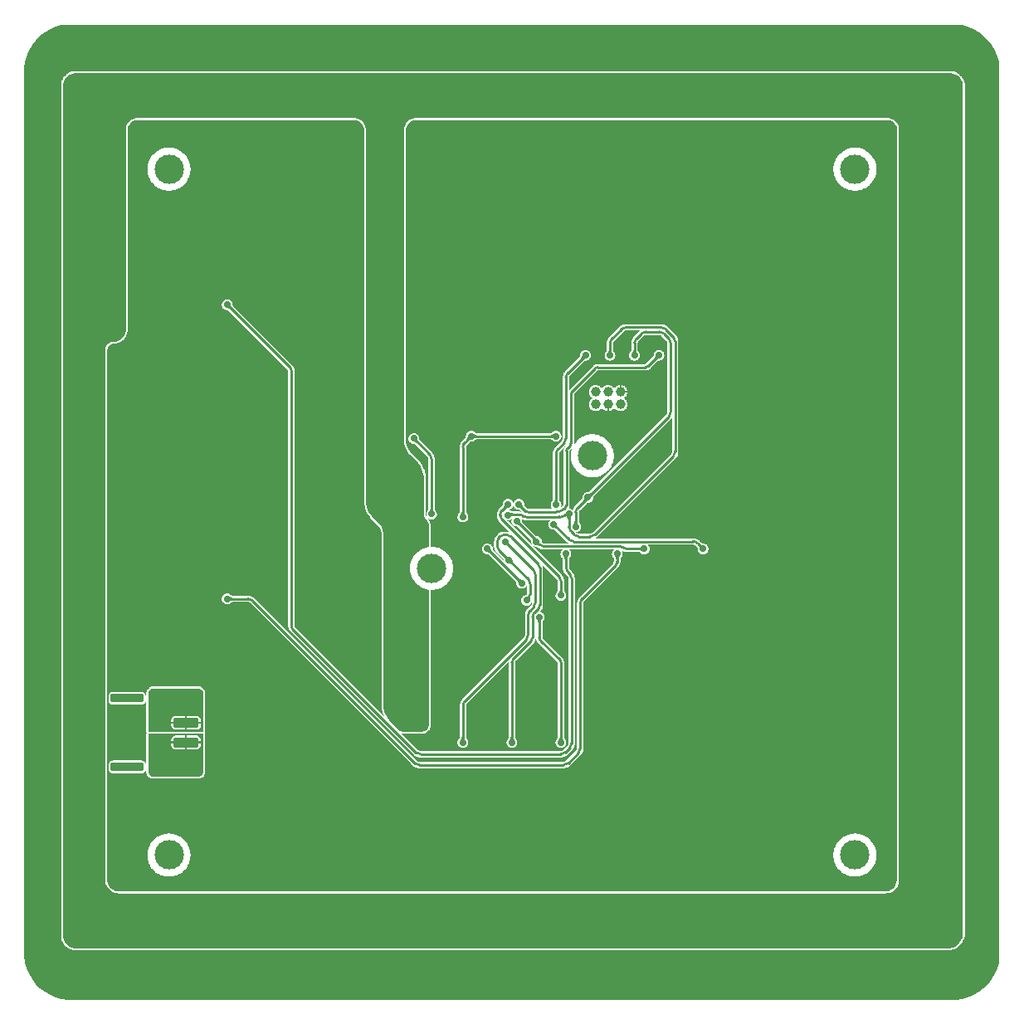
<source format=gbl>
G04*
G04 #@! TF.GenerationSoftware,Altium Limited,Altium Designer,24.1.2 (44)*
G04*
G04 Layer_Physical_Order=2*
G04 Layer_Color=16711680*
%FSLAX44Y44*%
%MOMM*%
G71*
G04*
G04 #@! TF.SameCoordinates,7EB18013-0C48-4019-8723-447A6BD9C726*
G04*
G04*
G04 #@! TF.FilePolarity,Positive*
G04*
G01*
G75*
%ADD32C,0.2500*%
%ADD34C,0.2500*%
%ADD38C,1.0000*%
%ADD57C,3.0000*%
%ADD58C,0.7000*%
G04:AMPARAMS|DCode=59|XSize=2.6mm|YSize=1mm|CornerRadius=0.25mm|HoleSize=0mm|Usage=FLASHONLY|Rotation=180.000|XOffset=0mm|YOffset=0mm|HoleType=Round|Shape=RoundedRectangle|*
%AMROUNDEDRECTD59*
21,1,2.6000,0.5000,0,0,180.0*
21,1,2.1000,1.0000,0,0,180.0*
1,1,0.5000,-1.0500,0.2500*
1,1,0.5000,1.0500,0.2500*
1,1,0.5000,1.0500,-0.2500*
1,1,0.5000,-1.0500,-0.2500*
%
%ADD59ROUNDEDRECTD59*%
G04:AMPARAMS|DCode=60|XSize=3.4mm|YSize=0.9mm|CornerRadius=0.225mm|HoleSize=0mm|Usage=FLASHONLY|Rotation=180.000|XOffset=0mm|YOffset=0mm|HoleType=Round|Shape=RoundedRectangle|*
%AMROUNDEDRECTD60*
21,1,3.4000,0.4500,0,0,180.0*
21,1,2.9500,0.9000,0,0,180.0*
1,1,0.4500,-1.4750,0.2250*
1,1,0.4500,1.4750,0.2250*
1,1,0.4500,1.4750,-0.2250*
1,1,0.4500,-1.4750,-0.2250*
%
%ADD60ROUNDEDRECTD60*%
G36*
X953110Y997451D02*
X959277Y996639D01*
X965285Y995029D01*
X971032Y992649D01*
X976419Y989539D01*
X981354Y985752D01*
X985752Y981354D01*
X989539Y976419D01*
X992649Y971032D01*
X995029Y965285D01*
X996639Y959277D01*
X997451Y953110D01*
X997451Y950000D01*
Y950000D01*
D01*
X997451Y50000D01*
X997451Y46890D01*
X996639Y40723D01*
X995029Y34715D01*
X992649Y28968D01*
X989539Y23581D01*
X985752Y18646D01*
X981354Y14248D01*
X976419Y10461D01*
X971032Y7351D01*
X965285Y4971D01*
X959277Y3361D01*
X953110Y2549D01*
X950000D01*
X50000Y2549D01*
X46890D01*
X40723Y3361D01*
X34715Y4971D01*
X28968Y7351D01*
X23581Y10461D01*
X18646Y14248D01*
X14248Y18646D01*
X10461Y23581D01*
X7351Y28968D01*
X4971Y34715D01*
X3361Y40723D01*
X2549Y46890D01*
X2549Y50000D01*
Y50000D01*
D01*
Y950000D01*
Y953110D01*
X3361Y959277D01*
X4971Y965285D01*
X7351Y971032D01*
X10461Y976419D01*
X14248Y981354D01*
X18646Y985752D01*
X23581Y989539D01*
X28968Y992649D01*
X34715Y995029D01*
X40723Y996639D01*
X46890Y997451D01*
X50000Y997451D01*
D01*
X50000D01*
X950000Y997451D01*
X953110Y997451D01*
D02*
G37*
%LPC*%
G36*
X948280Y950010D02*
X53720D01*
X53327Y949971D01*
X50816Y949472D01*
X50439Y949357D01*
X50439Y949357D01*
X48073Y948377D01*
X48073Y948377D01*
X47887Y948278D01*
X47726Y948191D01*
X47726Y948191D01*
X45596Y946769D01*
X45596Y946769D01*
X45542Y946724D01*
X45292Y946519D01*
X45292Y946519D01*
X43481Y944708D01*
X43231Y944404D01*
X41809Y942274D01*
X41809Y942274D01*
X41765Y942194D01*
X41623Y941927D01*
X41623Y941927D01*
X40643Y939561D01*
X40643Y939561D01*
X40528Y939184D01*
X40029Y936673D01*
X40029Y936672D01*
X39990Y936280D01*
Y935000D01*
Y68000D01*
Y66720D01*
X40029Y66328D01*
X40029Y66328D01*
X40528Y63816D01*
X40643Y63439D01*
X40643Y63439D01*
X41623Y61073D01*
X41623Y61073D01*
X41722Y60887D01*
X41809Y60726D01*
X41809Y60726D01*
X43231Y58597D01*
X43231Y58597D01*
X43276Y58542D01*
X43481Y58292D01*
X43481Y58292D01*
X45292Y56481D01*
X45596Y56231D01*
X47726Y54809D01*
X47726Y54809D01*
X47807Y54765D01*
X48073Y54623D01*
X48073Y54623D01*
X50439Y53643D01*
X50439Y53643D01*
X50816Y53528D01*
X53327Y53029D01*
X53327Y53029D01*
X53720Y52990D01*
X945000D01*
X946477Y52990D01*
X946477D01*
D01*
X946869Y53029D01*
X949767Y53605D01*
X950144Y53720D01*
X950145Y53720D01*
X952874Y54850D01*
X952874Y54850D01*
X953101Y54971D01*
X953222Y55036D01*
X953222Y55036D01*
X955678Y56678D01*
X955983Y56928D01*
X958072Y59017D01*
X958322Y59321D01*
X959964Y61778D01*
X959964Y61778D01*
X960029Y61899D01*
X960150Y62126D01*
X960150Y62126D01*
X961280Y64855D01*
X961280Y64855D01*
X961395Y65233D01*
X961971Y68130D01*
X962010Y68523D01*
D01*
Y68523D01*
X962010Y69999D01*
X962010Y70000D01*
Y935000D01*
Y936280D01*
X961971Y936672D01*
X961471Y939184D01*
X961357Y939561D01*
X961357Y939561D01*
X960377Y941927D01*
X960377Y941927D01*
X960278Y942113D01*
X960191Y942274D01*
X960191Y942274D01*
X958769Y944404D01*
X958769Y944404D01*
X958724Y944458D01*
X958519Y944708D01*
X958519Y944708D01*
X956708Y946519D01*
X956404Y946769D01*
X954274Y948191D01*
X954274Y948191D01*
X954193Y948235D01*
X953927Y948377D01*
X953927Y948377D01*
X951561Y949357D01*
X951561Y949357D01*
X951184Y949472D01*
X948672Y949971D01*
X948280Y950010D01*
D02*
G37*
%LPD*%
G36*
X950792Y947500D02*
X953158Y946520D01*
X955287Y945098D01*
X957098Y943287D01*
X958521Y941158D01*
X959500Y938792D01*
X960000Y936280D01*
Y935000D01*
Y70000D01*
X960000Y70000D01*
X960000Y68523D01*
X959424Y65625D01*
X958293Y62895D01*
X956651Y60438D01*
X954562Y58349D01*
X952105Y56707D01*
X949375Y55576D01*
X946477Y55000D01*
X945000Y55000D01*
X53720D01*
X51208Y55500D01*
X48842Y56480D01*
X46713Y57902D01*
X44902Y59713D01*
X43479Y61842D01*
X42500Y64208D01*
X42000Y66720D01*
Y68000D01*
Y935000D01*
Y936280D01*
X42500Y938792D01*
X43479Y941158D01*
X44902Y943287D01*
X46713Y945098D01*
X48842Y946520D01*
X51208Y947500D01*
X53720Y948000D01*
X948280D01*
X950792Y947500D01*
D02*
G37*
%LPC*%
G36*
X429000Y902000D02*
X402000D01*
X400824Y901942D01*
X398517Y901483D01*
X396343Y900583D01*
X394387Y899276D01*
X392724Y897613D01*
X391417Y895657D01*
X390517Y893483D01*
X390058Y891176D01*
X390000Y890000D01*
X390000Y573000D01*
Y573000D01*
X390096Y571040D01*
X390861Y567194D01*
X392361Y563572D01*
X394540Y560312D01*
X395858Y558858D01*
X402560Y552155D01*
X402560Y552155D01*
X404329Y550386D01*
X407109Y546226D01*
X409024Y541604D01*
X410000Y536696D01*
X410000Y534195D01*
X410000Y526000D01*
Y499000D01*
X410000Y498000D01*
Y498000D01*
X410024Y497510D01*
X410215Y496549D01*
X410590Y495643D01*
X411135Y494828D01*
X411465Y494465D01*
X411514Y494415D01*
X411514Y494415D01*
X412343Y493586D01*
X413646Y491637D01*
X414543Y489471D01*
X415000Y487172D01*
X415000Y486000D01*
X415000Y464460D01*
X411668Y463797D01*
X407664Y462139D01*
X404061Y459731D01*
X400996Y456667D01*
X398589Y453063D01*
X396930Y449060D01*
X396085Y444809D01*
Y440476D01*
X396930Y436225D01*
X398589Y432222D01*
X400996Y428618D01*
X404061Y425554D01*
X407664Y423146D01*
X411668Y421488D01*
X415000Y420825D01*
X415000Y283000D01*
X415000Y283000D01*
X415000Y282310D01*
X414731Y280958D01*
X414203Y279684D01*
X413437Y278538D01*
X412462Y277563D01*
X411316Y276797D01*
X410042Y276269D01*
X408689Y276000D01*
X408000Y276000D01*
X388287D01*
X386887Y276278D01*
X385569Y276824D01*
X384383Y277617D01*
X383879Y278121D01*
X376439Y285560D01*
X376439Y285560D01*
X374670Y287329D01*
X371891Y291490D01*
X369976Y296112D01*
X369000Y301019D01*
X369000Y303521D01*
X369000Y307000D01*
X369000Y477000D01*
X369000Y477000D01*
X368923Y478568D01*
X368311Y481645D01*
X367111Y484542D01*
X365368Y487150D01*
X364314Y488313D01*
X358439Y494188D01*
X358439Y494188D01*
X356670Y495957D01*
X353891Y500117D01*
X351976Y504739D01*
X351000Y509647D01*
X351000Y512148D01*
X351000Y890000D01*
X351000Y890000D01*
X350942Y891176D01*
X350483Y893483D01*
X349583Y895657D01*
X348276Y897613D01*
X346613Y899276D01*
X344657Y900583D01*
X342483Y901483D01*
X340176Y901942D01*
X339000Y902000D01*
X120000Y902000D01*
X118000D01*
X118000Y902000D01*
X116824Y901942D01*
X114516Y901483D01*
X112343Y900583D01*
X110387Y899276D01*
X108724Y897613D01*
X107417Y895657D01*
X106517Y893483D01*
X106058Y891176D01*
X106000Y890000D01*
X106000Y686000D01*
X106000Y686000D01*
X106000Y684818D01*
X105539Y682500D01*
X104634Y680316D01*
X103321Y678350D01*
X101650Y676679D01*
X99684Y675366D01*
X97500Y674461D01*
X95182Y674000D01*
X94000Y674000D01*
Y674000D01*
X93118Y673957D01*
X91387Y673612D01*
X89757Y672937D01*
X88290Y671957D01*
X87043Y670710D01*
X86063Y669242D01*
X85387Y667613D01*
X85043Y665882D01*
X85000Y665000D01*
Y125000D01*
X85067Y123628D01*
X85603Y120936D01*
X86653Y118400D01*
X88178Y116118D01*
X90119Y114178D01*
X92401Y112653D01*
X94936Y111603D01*
X97628Y111067D01*
X99000Y111000D01*
X881000D01*
X882372Y111067D01*
X885064Y111603D01*
X887599Y112653D01*
X889882Y114178D01*
X891822Y116118D01*
X893347Y118400D01*
X894397Y120936D01*
X894933Y123628D01*
X895000Y125000D01*
Y890000D01*
X895000Y890000D01*
X894942Y891176D01*
X894483Y893483D01*
X893583Y895657D01*
X892276Y897613D01*
X890613Y899276D01*
X888657Y900583D01*
X886483Y901483D01*
X884176Y901942D01*
X883000Y902000D01*
X429000Y902000D01*
D02*
G37*
%LPD*%
G36*
X213009Y711134D02*
X213042Y710812D01*
X213099Y710500D01*
X213181Y710198D01*
X213287Y709905D01*
X213417Y709622D01*
X213571Y709349D01*
X213750Y709085D01*
X213953Y708831D01*
X214180Y708587D01*
X212413Y706820D01*
X212168Y707047D01*
X211914Y707250D01*
X211651Y707429D01*
X211378Y707583D01*
X211094Y707713D01*
X210802Y707819D01*
X210500Y707901D01*
X210188Y707958D01*
X209866Y707991D01*
X209535Y708000D01*
X213000Y711465D01*
X213009Y711134D01*
D02*
G37*
G36*
X601262Y665036D02*
X601298Y664713D01*
X601358Y664400D01*
X601442Y664097D01*
X601550Y663805D01*
X601682Y663523D01*
X601838Y663252D01*
X602018Y662991D01*
X602222Y662740D01*
X602450Y662499D01*
X597550D01*
X597778Y662740D01*
X597982Y662991D01*
X598162Y663252D01*
X598318Y663523D01*
X598450Y663805D01*
X598558Y664097D01*
X598642Y664400D01*
X598702Y664713D01*
X598738Y665036D01*
X598750Y665369D01*
X601250D01*
X601262Y665036D01*
D02*
G37*
G36*
X626262Y665036D02*
X626298Y664713D01*
X626358Y664400D01*
X626442Y664097D01*
X626550Y663805D01*
X626682Y663523D01*
X626838Y663252D01*
X627018Y662991D01*
X627222Y662740D01*
X627450Y662499D01*
X622550D01*
X622778Y662740D01*
X622982Y662991D01*
X623162Y663252D01*
X623318Y663523D01*
X623450Y663805D01*
X623558Y664097D01*
X623642Y664400D01*
X623702Y664713D01*
X623738Y665036D01*
X623750Y665369D01*
X626250D01*
X626262Y665036D01*
D02*
G37*
G36*
X574965Y656500D02*
X574634Y656491D01*
X574312Y656458D01*
X574000Y656401D01*
X573698Y656319D01*
X573405Y656213D01*
X573122Y656083D01*
X572849Y655929D01*
X572586Y655750D01*
X572332Y655547D01*
X572087Y655320D01*
X570320Y657087D01*
X570547Y657332D01*
X570750Y657586D01*
X570929Y657849D01*
X571083Y658122D01*
X571213Y658405D01*
X571319Y658698D01*
X571401Y659000D01*
X571458Y659312D01*
X571491Y659634D01*
X571500Y659965D01*
X574965Y656500D01*
D02*
G37*
G36*
X649965Y656500D02*
X649634Y656491D01*
X649312Y656458D01*
X649000Y656401D01*
X648698Y656319D01*
X648405Y656213D01*
X648122Y656083D01*
X647849Y655929D01*
X647586Y655750D01*
X647332Y655547D01*
X647087Y655320D01*
X645320Y657087D01*
X645547Y657332D01*
X645750Y657586D01*
X645929Y657849D01*
X646083Y658122D01*
X646213Y658405D01*
X646319Y658698D01*
X646401Y659000D01*
X646458Y659312D01*
X646491Y659634D01*
X646500Y659965D01*
X649965Y656500D01*
D02*
G37*
G36*
X663240Y561589D02*
X663243Y561549D01*
X663209Y561120D01*
X663100Y560663D01*
X662920Y560229D01*
X662674Y559828D01*
X662397Y559504D01*
X662370Y559480D01*
X582020Y479130D01*
X581996Y479103D01*
X581672Y478826D01*
X581271Y478580D01*
X580837Y478400D01*
X580380Y478291D01*
X579951Y478257D01*
X579911Y478260D01*
X568043D01*
D01*
X568003Y478257D01*
X567574Y478291D01*
X567117Y478400D01*
X566683Y478580D01*
X566282Y478826D01*
X565957Y479103D01*
X565934Y479131D01*
X565541Y479524D01*
X566075Y479594D01*
X566772Y479781D01*
X567438Y480057D01*
X568062Y480417D01*
X568634Y480856D01*
X569144Y481366D01*
X569583Y481938D01*
X569943Y482562D01*
X570219Y483228D01*
X570406Y483925D01*
X570500Y484640D01*
Y485360D01*
X570406Y486075D01*
X570219Y486772D01*
X569943Y487438D01*
X569583Y488062D01*
X569144Y488634D01*
X568952Y488826D01*
X568908Y488882D01*
X568733Y489067D01*
X568627Y489197D01*
X568539Y489325D01*
X568466Y489451D01*
X568406Y489581D01*
X568356Y489716D01*
X568316Y489859D01*
X568287Y490013D01*
X568268Y490183D01*
X568260Y490395D01*
Y499911D01*
X568257Y499951D01*
X568291Y500380D01*
X568400Y500837D01*
X568580Y501272D01*
X568826Y501672D01*
X569102Y501996D01*
X569129Y502019D01*
X575991Y508880D01*
X576145Y509024D01*
X576279Y509131D01*
X576409Y509220D01*
X576539Y509292D01*
X576669Y509352D01*
X576803Y509401D01*
X576945Y509439D01*
X577097Y509467D01*
X577263Y509484D01*
X577518Y509491D01*
X577589Y509500D01*
X577860D01*
X578575Y509594D01*
X579272Y509781D01*
X579938Y510057D01*
X580562Y510417D01*
X581134Y510856D01*
X581644Y511366D01*
X582083Y511938D01*
X582443Y512562D01*
X582719Y513228D01*
X582906Y513925D01*
X583000Y514640D01*
Y514911D01*
X583009Y514982D01*
X583016Y515237D01*
X583033Y515403D01*
X583061Y515555D01*
X583099Y515697D01*
X583148Y515831D01*
X583207Y515961D01*
X583280Y516091D01*
X583369Y516221D01*
X583476Y516355D01*
X583620Y516509D01*
X662433Y595322D01*
X662449Y595341D01*
X662459Y595350D01*
X662463Y595353D01*
X662464Y595352D01*
X662476Y595363D01*
X663102Y596055D01*
X663240Y596240D01*
Y561589D01*
D02*
G37*
G36*
X403509Y574634D02*
X403542Y574312D01*
X403599Y574000D01*
X403681Y573698D01*
X403787Y573405D01*
X403917Y573122D01*
X404071Y572849D01*
X404250Y572585D01*
X404453Y572332D01*
X404680Y572087D01*
X402913Y570320D01*
X402668Y570547D01*
X402414Y570750D01*
X402151Y570929D01*
X401878Y571083D01*
X401595Y571213D01*
X401302Y571319D01*
X401000Y571401D01*
X400688Y571458D01*
X400366Y571491D01*
X400035Y571500D01*
X403500Y574965D01*
X403509Y574634D01*
D02*
G37*
G36*
X582180Y517913D02*
X581953Y517668D01*
X581750Y517414D01*
X581571Y517151D01*
X581417Y516878D01*
X581287Y516595D01*
X581181Y516302D01*
X581099Y516000D01*
X581042Y515688D01*
X581009Y515366D01*
X581000Y515035D01*
X577535Y518500D01*
X577866Y518509D01*
X578188Y518542D01*
X578500Y518599D01*
X578802Y518681D01*
X579095Y518787D01*
X579378Y518917D01*
X579651Y519071D01*
X579914Y519250D01*
X580168Y519453D01*
X580413Y519680D01*
X582180Y517913D01*
D02*
G37*
G36*
X577465Y511500D02*
X577134Y511491D01*
X576812Y511458D01*
X576500Y511401D01*
X576198Y511319D01*
X575905Y511213D01*
X575622Y511083D01*
X575349Y510929D01*
X575086Y510750D01*
X574832Y510547D01*
X574587Y510320D01*
X572820Y512087D01*
X573047Y512332D01*
X573250Y512586D01*
X573429Y512849D01*
X573583Y513122D01*
X573713Y513405D01*
X573819Y513698D01*
X573901Y514000D01*
X573958Y514312D01*
X573991Y514634D01*
X574000Y514965D01*
X577465Y511500D01*
D02*
G37*
G36*
X546262Y512536D02*
X546298Y512212D01*
X546358Y511900D01*
X546442Y511597D01*
X546550Y511305D01*
X546682Y511023D01*
X546838Y510752D01*
X547018Y510491D01*
X547222Y510240D01*
X547450Y510000D01*
X542550D01*
X542778Y510240D01*
X542982Y510491D01*
X543162Y510752D01*
X543318Y511023D01*
X543450Y511305D01*
X543558Y511597D01*
X543642Y511900D01*
X543702Y512212D01*
X543738Y512536D01*
X543750Y512869D01*
X546250D01*
X546262Y512536D01*
D02*
G37*
G36*
X553820Y566692D02*
X553365Y566051D01*
X552985Y565363D01*
X552684Y564637D01*
X552466Y563881D01*
X552334Y563106D01*
X552290Y562321D01*
X552291D01*
Y507105D01*
X552293Y507081D01*
X552260Y506915D01*
X552167Y506775D01*
X552152Y506762D01*
X551279Y505890D01*
X551274Y505883D01*
X551267Y505877D01*
X551236Y505840D01*
X550642Y505303D01*
X549930Y504775D01*
X549697Y504635D01*
X549943Y505062D01*
X550219Y505728D01*
X550406Y506425D01*
X550500Y507140D01*
Y507860D01*
X550406Y508575D01*
X550219Y509272D01*
X549943Y509938D01*
X549583Y510562D01*
X549144Y511134D01*
X548952Y511326D01*
X548908Y511382D01*
X548733Y511567D01*
X548627Y511697D01*
X548539Y511825D01*
X548466Y511952D01*
X548406Y512081D01*
X548356Y512216D01*
X548316Y512359D01*
X548287Y512513D01*
X548268Y512683D01*
X548260Y512895D01*
Y559911D01*
X548257Y559951D01*
X548291Y560380D01*
X548400Y560837D01*
X548580Y561271D01*
X548826Y561672D01*
X549103Y561996D01*
X549130Y562020D01*
X553965Y566854D01*
X553820Y566692D01*
D02*
G37*
G36*
X510509Y507634D02*
X510542Y507312D01*
X510599Y507000D01*
X510681Y506698D01*
X510787Y506405D01*
X510917Y506123D01*
X511071Y505849D01*
X511250Y505586D01*
X511453Y505332D01*
X511680Y505087D01*
X509913Y503320D01*
X509668Y503547D01*
X509414Y503750D01*
X509151Y503929D01*
X508877Y504083D01*
X508595Y504213D01*
X508302Y504319D01*
X508000Y504401D01*
X507688Y504458D01*
X507366Y504491D01*
X507035Y504500D01*
X510500Y507965D01*
X510509Y507634D01*
D02*
G37*
G36*
X495965Y504500D02*
X495634Y504491D01*
X495312Y504458D01*
X495000Y504401D01*
X494698Y504319D01*
X494405Y504213D01*
X494123Y504083D01*
X493849Y503929D01*
X493586Y503750D01*
X493332Y503547D01*
X493087Y503320D01*
X491320Y505087D01*
X491547Y505332D01*
X491750Y505586D01*
X491929Y505849D01*
X492083Y506123D01*
X492213Y506405D01*
X492319Y506698D01*
X492401Y507000D01*
X492458Y507312D01*
X492491Y507634D01*
X492500Y507965D01*
X495965Y504500D01*
D02*
G37*
G36*
X419262Y503036D02*
X419298Y502713D01*
X419358Y502400D01*
X419442Y502097D01*
X419550Y501805D01*
X419682Y501523D01*
X419838Y501252D01*
X420018Y500991D01*
X420222Y500740D01*
X420450Y500499D01*
X415550D01*
X415778Y500740D01*
X415982Y500991D01*
X416162Y501252D01*
X416318Y501523D01*
X416450Y501805D01*
X416558Y502097D01*
X416642Y502400D01*
X416702Y502713D01*
X416738Y503036D01*
X416750Y503369D01*
X419250D01*
X419262Y503036D01*
D02*
G37*
G36*
X555488Y495645D02*
X555425Y495694D01*
X555338Y495730D01*
X555225Y495752D01*
X555087Y495760D01*
X554924Y495755D01*
X554735Y495737D01*
X554282Y495659D01*
X553726Y495528D01*
X553094Y497947D01*
X553383Y498026D01*
X554076Y498258D01*
X554250Y498335D01*
X554395Y498410D01*
X554511Y498485D01*
X554599Y498559D01*
X554658Y498633D01*
X554688Y498706D01*
X555488Y495645D01*
D02*
G37*
G36*
X498303Y499669D02*
X498588Y499502D01*
X498879Y499355D01*
X499174Y499227D01*
X499475Y499119D01*
X499781Y499031D01*
X500092Y498962D01*
X500408Y498913D01*
X500730Y498883D01*
X501056Y498873D01*
X501544Y496373D01*
X501204Y496360D01*
X500881Y496320D01*
X500575Y496253D01*
X500285Y496159D01*
X500012Y496039D01*
X499756Y495891D01*
X499516Y495717D01*
X499293Y495517D01*
X499086Y495289D01*
X498896Y495034D01*
X498023Y499856D01*
X498303Y499669D01*
D02*
G37*
G36*
X560330Y495225D02*
X560126Y494974D01*
X559946Y494713D01*
X559790Y494442D01*
X559658Y494160D01*
X559550Y493868D01*
X559466Y493565D01*
X559406Y493253D01*
X559370Y492929D01*
X559358Y492596D01*
X556858D01*
X556846Y492929D01*
X556810Y493253D01*
X556750Y493565D01*
X556666Y493868D01*
X556558Y494160D01*
X556426Y494442D01*
X556270Y494713D01*
X556090Y494974D01*
X555886Y495225D01*
X555658Y495466D01*
X560558D01*
X560330Y495225D01*
D02*
G37*
G36*
X566262Y490036D02*
X566298Y489712D01*
X566358Y489400D01*
X566442Y489097D01*
X566550Y488805D01*
X566682Y488523D01*
X566838Y488252D01*
X567018Y487991D01*
X567222Y487740D01*
X567450Y487500D01*
X562550D01*
X562778Y487740D01*
X562982Y487991D01*
X563162Y488252D01*
X563318Y488523D01*
X563450Y488805D01*
X563558Y489097D01*
X563642Y489400D01*
X563702Y489712D01*
X563738Y490036D01*
X563750Y490369D01*
X566250D01*
X566262Y490036D01*
D02*
G37*
G36*
X508346Y490248D02*
X508358Y489931D01*
X508397Y489623D01*
X508464Y489323D01*
X508557Y489033D01*
X508678Y488750D01*
X508825Y488477D01*
X509000Y488213D01*
X509202Y487958D01*
X509430Y487711D01*
X507519Y486087D01*
X507277Y486313D01*
X507025Y486517D01*
X506763Y486700D01*
X506491Y486862D01*
X506209Y487002D01*
X505916Y487121D01*
X505613Y487218D01*
X505300Y487294D01*
X504977Y487348D01*
X504644Y487381D01*
X508361Y490574D01*
X508346Y490248D01*
D02*
G37*
G36*
X546009Y487134D02*
X546042Y486812D01*
X546099Y486500D01*
X546181Y486198D01*
X546287Y485905D01*
X546417Y485622D01*
X546571Y485349D01*
X546750Y485086D01*
X546953Y484832D01*
X547180Y484587D01*
X545413Y482820D01*
X545168Y483047D01*
X544914Y483250D01*
X544651Y483429D01*
X544378Y483583D01*
X544095Y483713D01*
X543802Y483819D01*
X543500Y483901D01*
X543188Y483958D01*
X542866Y483991D01*
X542535Y484000D01*
X546000Y487465D01*
X546009Y487134D01*
D02*
G37*
G36*
X522596Y474561D02*
X522848Y474356D01*
X523110Y474173D01*
X523382Y474012D01*
X523665Y473872D01*
X523957Y473753D01*
X524260Y473656D01*
X524573Y473580D01*
X524896Y473525D01*
X525229Y473493D01*
X521513Y470299D01*
X521528Y470625D01*
X521515Y470942D01*
X521476Y471251D01*
X521410Y471550D01*
X521316Y471841D01*
X521196Y472123D01*
X521048Y472396D01*
X520874Y472660D01*
X520672Y472916D01*
X520443Y473162D01*
X522354Y474787D01*
X522596Y474561D01*
D02*
G37*
G36*
X510288Y492862D02*
X511132Y492463D01*
X512011Y492148D01*
X512916Y491921D01*
X513839Y491784D01*
X514772Y491739D01*
Y491740D01*
X538991D01*
X538866Y491644D01*
X538356Y491134D01*
X537917Y490562D01*
X537557Y489938D01*
X537281Y489272D01*
X537094Y488575D01*
X537000Y487860D01*
Y487140D01*
X537094Y486425D01*
X537281Y485728D01*
X537557Y485062D01*
X537917Y484438D01*
X538356Y483866D01*
X538866Y483356D01*
X539438Y482917D01*
X540062Y482557D01*
X540728Y482281D01*
X541425Y482094D01*
X542140Y482000D01*
X542411D01*
X542482Y481991D01*
X542737Y481984D01*
X542903Y481967D01*
X543055Y481939D01*
X543197Y481901D01*
X543331Y481852D01*
X543461Y481793D01*
X543591Y481719D01*
X543721Y481631D01*
X543855Y481524D01*
X544010Y481380D01*
X555853Y469536D01*
X555854Y469536D01*
X555866Y469522D01*
X555877Y469512D01*
X555877Y469512D01*
X555879Y469511D01*
X555885Y469505D01*
X555886Y469504D01*
X555886Y469504D01*
X555889Y469501D01*
X555891Y469498D01*
X555898Y469492D01*
X555914Y469479D01*
X556555Y468898D01*
X557304Y468341D01*
X557440Y468260D01*
X532589D01*
X532549Y468257D01*
X532120Y468291D01*
X531663Y468400D01*
X531228Y468580D01*
X530828Y468826D01*
X530492Y469112D01*
X530466Y469143D01*
X530466Y469143D01*
X530459Y469152D01*
X530458Y469152D01*
X530438Y469172D01*
X530500Y469640D01*
Y470360D01*
X530406Y471075D01*
X530219Y471772D01*
X529943Y472438D01*
X529583Y473062D01*
X529144Y473634D01*
X528634Y474144D01*
X528062Y474583D01*
X527438Y474943D01*
X526772Y475219D01*
X526075Y475406D01*
X525444Y475489D01*
X525427Y475492D01*
X525391Y475496D01*
X525360Y475500D01*
X525350D01*
X525162Y475519D01*
X524977Y475550D01*
X524805Y475591D01*
X524644Y475643D01*
X524491Y475705D01*
X524343Y475778D01*
X524200Y475864D01*
X524058Y475962D01*
X523917Y476077D01*
X523760Y476224D01*
X510871Y489113D01*
X510729Y489266D01*
X510630Y489392D01*
X510551Y489511D01*
X510490Y489625D01*
X510442Y489736D01*
X510406Y489849D01*
X510379Y489968D01*
X510363Y490098D01*
X510357Y490241D01*
X510368Y490469D01*
X510373Y490513D01*
Y491234D01*
X510279Y491949D01*
X510093Y492645D01*
X509909Y493089D01*
X510288Y492862D01*
D02*
G37*
G36*
X496509Y469634D02*
X496542Y469312D01*
X496599Y469000D01*
X496681Y468698D01*
X496787Y468405D01*
X496917Y468122D01*
X497071Y467849D01*
X497250Y467586D01*
X497453Y467332D01*
X497681Y467087D01*
X495913Y465320D01*
X495668Y465547D01*
X495414Y465750D01*
X495151Y465929D01*
X494878Y466083D01*
X494594Y466213D01*
X494302Y466319D01*
X494000Y466401D01*
X493688Y466458D01*
X493366Y466491D01*
X493035Y466500D01*
X496500Y469965D01*
X496509Y469634D01*
D02*
G37*
G36*
X692332Y466953D02*
X692586Y466750D01*
X692849Y466571D01*
X693122Y466417D01*
X693405Y466287D01*
X693698Y466181D01*
X694000Y466099D01*
X694312Y466042D01*
X694634Y466009D01*
X694965Y466000D01*
X691500Y462535D01*
X691491Y462866D01*
X691458Y463188D01*
X691401Y463500D01*
X691319Y463802D01*
X691213Y464095D01*
X691083Y464378D01*
X690929Y464651D01*
X690750Y464914D01*
X690547Y465168D01*
X690320Y465413D01*
X692087Y467180D01*
X692332Y466953D01*
D02*
G37*
G36*
X632500Y460050D02*
X632260Y460278D01*
X632009Y460482D01*
X631748Y460662D01*
X631477Y460818D01*
X631195Y460950D01*
X630903Y461058D01*
X630600Y461142D01*
X630288Y461202D01*
X629964Y461238D01*
X629631Y461250D01*
Y463750D01*
X629964Y463762D01*
X630288Y463798D01*
X630600Y463858D01*
X630903Y463942D01*
X631195Y464050D01*
X631477Y464182D01*
X631748Y464338D01*
X632009Y464518D01*
X632260Y464722D01*
X632500Y464950D01*
Y460050D01*
D02*
G37*
G36*
X478509Y462134D02*
X478542Y461812D01*
X478599Y461500D01*
X478681Y461198D01*
X478787Y460905D01*
X478917Y460622D01*
X479071Y460349D01*
X479250Y460086D01*
X479453Y459832D01*
X479680Y459587D01*
X477913Y457820D01*
X477668Y458047D01*
X477414Y458250D01*
X477151Y458429D01*
X476878Y458583D01*
X476595Y458713D01*
X476302Y458819D01*
X476000Y458901D01*
X475688Y458958D01*
X475366Y458991D01*
X475035Y459000D01*
X478500Y462465D01*
X478509Y462134D01*
D02*
G37*
G36*
X609722Y454760D02*
X609518Y454509D01*
X609338Y454248D01*
X609182Y453977D01*
X609050Y453695D01*
X608942Y453403D01*
X608858Y453100D01*
X608798Y452788D01*
X608762Y452464D01*
X608750Y452131D01*
X606250D01*
X606238Y452464D01*
X606202Y452788D01*
X606142Y453100D01*
X606058Y453403D01*
X605950Y453695D01*
X605818Y453977D01*
X605662Y454248D01*
X605482Y454509D01*
X605278Y454760D01*
X605050Y455000D01*
X609950D01*
X609722Y454760D01*
D02*
G37*
G36*
X557222D02*
X557018Y454509D01*
X556838Y454248D01*
X556682Y453977D01*
X556550Y453695D01*
X556442Y453403D01*
X556358Y453100D01*
X556298Y452788D01*
X556262Y452464D01*
X556250Y452131D01*
X553750D01*
X553738Y452464D01*
X553702Y452788D01*
X553642Y453100D01*
X553558Y453403D01*
X553450Y453695D01*
X553318Y453977D01*
X553162Y454248D01*
X552982Y454509D01*
X552778Y454760D01*
X552550Y455000D01*
X557450D01*
X557222Y454760D01*
D02*
G37*
G36*
X494332Y455453D02*
X494586Y455250D01*
X494849Y455071D01*
X495122Y454917D01*
X495405Y454787D01*
X495698Y454681D01*
X496000Y454599D01*
X496312Y454542D01*
X496634Y454509D01*
X496965Y454500D01*
X493500Y451035D01*
X493491Y451366D01*
X493458Y451688D01*
X493401Y452000D01*
X493319Y452302D01*
X493213Y452595D01*
X493083Y452878D01*
X492929Y453151D01*
X492750Y453414D01*
X492547Y453668D01*
X492319Y453913D01*
X494087Y455681D01*
X494332Y455453D01*
D02*
G37*
G36*
X500509Y450634D02*
X500542Y450312D01*
X500599Y450000D01*
X500681Y449698D01*
X500787Y449406D01*
X500917Y449123D01*
X501071Y448849D01*
X501250Y448586D01*
X501453Y448332D01*
X501680Y448087D01*
X499913Y446320D01*
X499668Y446547D01*
X499414Y446750D01*
X499151Y446929D01*
X498877Y447083D01*
X498595Y447213D01*
X498302Y447319D01*
X498000Y447401D01*
X497688Y447458D01*
X497366Y447491D01*
X497035Y447500D01*
X500500Y450965D01*
X500509Y450634D01*
D02*
G37*
G36*
X507332Y431953D02*
X507586Y431750D01*
X507849Y431571D01*
X508122Y431417D01*
X508405Y431287D01*
X508698Y431181D01*
X509000Y431099D01*
X509312Y431042D01*
X509634Y431009D01*
X509965Y431000D01*
X506500Y427535D01*
X506491Y427866D01*
X506458Y428188D01*
X506401Y428500D01*
X506319Y428802D01*
X506213Y429095D01*
X506083Y429378D01*
X505929Y429651D01*
X505750Y429914D01*
X505547Y430168D01*
X505320Y430413D01*
X507087Y432180D01*
X507332Y431953D01*
D02*
G37*
G36*
X551262Y420036D02*
X551298Y419712D01*
X551358Y419400D01*
X551442Y419097D01*
X551550Y418805D01*
X551682Y418523D01*
X551838Y418252D01*
X552018Y417991D01*
X552222Y417740D01*
X552450Y417500D01*
X547550D01*
X547778Y417740D01*
X547982Y417991D01*
X548162Y418252D01*
X548318Y418523D01*
X548450Y418805D01*
X548558Y419097D01*
X548642Y419400D01*
X548702Y419712D01*
X548738Y420036D01*
X548750Y420369D01*
X551250D01*
X551262Y420036D01*
D02*
G37*
G36*
X518632Y412068D02*
X518598Y411999D01*
X518568Y411901D01*
X518543Y411776D01*
X518522Y411622D01*
X518496Y411229D01*
X518491Y410428D01*
X518498Y410105D01*
X514965Y413500D01*
X515280Y413506D01*
X516047Y413564D01*
X516244Y413596D01*
X516412Y413634D01*
X516551Y413679D01*
X516661Y413730D01*
X516741Y413788D01*
X516792Y413851D01*
X518632Y412068D01*
D02*
G37*
G36*
X212240Y413722D02*
X212491Y413518D01*
X212752Y413338D01*
X213023Y413182D01*
X213305Y413050D01*
X213597Y412942D01*
X213900Y412858D01*
X214212Y412798D01*
X214536Y412762D01*
X214869Y412750D01*
Y410250D01*
X214536Y410238D01*
X214212Y410202D01*
X213900Y410142D01*
X213597Y410058D01*
X213305Y409950D01*
X213023Y409818D01*
X212752Y409662D01*
X212491Y409482D01*
X212240Y409278D01*
X211999Y409050D01*
Y413950D01*
X212240Y413722D01*
D02*
G37*
G36*
X529968Y390169D02*
X529764Y389918D01*
X529584Y389657D01*
X529428Y389386D01*
X529296Y389104D01*
X529188Y388812D01*
X529104Y388509D01*
X529044Y388196D01*
X529008Y387873D01*
X528996Y387540D01*
X526496D01*
X526484Y387873D01*
X526448Y388196D01*
X526388Y388509D01*
X526304Y388812D01*
X526196Y389104D01*
X526064Y389386D01*
X525908Y389657D01*
X525728Y389918D01*
X525524Y390169D01*
X525296Y390409D01*
X530196D01*
X529968Y390169D01*
D02*
G37*
G36*
X882951Y899990D02*
X883930Y899942D01*
X885897Y899551D01*
X887705Y898802D01*
X889332Y897715D01*
X890715Y896332D01*
X891802Y894705D01*
X892551Y892897D01*
X892942Y890930D01*
X892990Y889950D01*
Y125049D01*
X892933Y123874D01*
X892465Y121522D01*
X891566Y119352D01*
X890261Y117400D01*
X888600Y115739D01*
X886647Y114434D01*
X884478Y113535D01*
X882126Y113067D01*
X880950Y113010D01*
X99050D01*
X97874Y113067D01*
X95522Y113535D01*
X93352Y114434D01*
X91400Y115739D01*
X89739Y117400D01*
X88434Y119352D01*
X87535Y121522D01*
X87067Y123874D01*
X87010Y125049D01*
Y664950D01*
X87043Y665636D01*
X87320Y667026D01*
X87844Y668291D01*
X88604Y669428D01*
X89571Y670396D01*
X90709Y671156D01*
X91974Y671680D01*
X93364Y671957D01*
X94050Y671990D01*
X95182Y671990D01*
X95574Y672029D01*
X97892Y672490D01*
X98269Y672604D01*
X100453Y673509D01*
X100801Y673695D01*
X102766Y675008D01*
X102766Y675008D01*
X103071Y675258D01*
X104742Y676929D01*
X104992Y677234D01*
X106305Y679199D01*
X106491Y679547D01*
X106491Y679547D01*
X107395Y681731D01*
X107510Y682108D01*
Y682108D01*
X107971Y684426D01*
X107971Y684426D01*
X108006Y684780D01*
X108010Y684818D01*
D01*
Y684818D01*
X108010Y685999D01*
X108010Y686000D01*
X108010Y889950D01*
X108058Y890930D01*
X108449Y892897D01*
X109198Y894705D01*
X110285Y896332D01*
X111668Y897715D01*
X113295Y898802D01*
X115103Y899551D01*
X117070Y899942D01*
X118050Y899990D01*
X120000D01*
X338951Y899990D01*
X339930Y899942D01*
X341897Y899551D01*
X343705Y898802D01*
X345332Y897715D01*
X346715Y896332D01*
X347802Y894705D01*
X348551Y892897D01*
X348942Y890930D01*
X348990Y889950D01*
X348990Y512148D01*
X348990Y509647D01*
Y509647D01*
D01*
X349029Y509254D01*
X350005Y504347D01*
X350119Y503970D01*
X350119Y503970D01*
X352034Y499348D01*
X352034Y499348D01*
X352220Y499000D01*
X354999Y494840D01*
X354999Y494840D01*
X355249Y494536D01*
X357018Y492767D01*
X357019Y492766D01*
X362858Y486927D01*
X363779Y485910D01*
X365330Y483590D01*
X366379Y481058D01*
X366923Y478322D01*
X366990Y476950D01*
X366990Y307000D01*
Y307000D01*
D01*
X366990Y303521D01*
X366990Y301019D01*
X367029Y300627D01*
X368005Y295720D01*
Y295720D01*
X368040Y295606D01*
X368119Y295343D01*
X368119Y295343D01*
X369429Y292181D01*
X278399Y383211D01*
X278384Y383224D01*
X278291Y383363D01*
X278257Y383533D01*
X278259Y383555D01*
X278259D01*
X278260Y383567D01*
X278260Y383567D01*
X278260Y644447D01*
X278261D01*
X278217Y645232D01*
X278085Y646007D01*
X277868Y646762D01*
X277567Y647488D01*
X277186Y648177D01*
X276731Y648818D01*
X276207Y649404D01*
X276207Y649403D01*
Y649403D01*
X276206Y649404D01*
X251428Y674182D01*
X251428Y674182D01*
X215620Y709991D01*
X215476Y710145D01*
X215369Y710279D01*
X215280Y710409D01*
X215208Y710538D01*
X215147Y710669D01*
X215099Y710803D01*
X215061Y710945D01*
X215033Y711097D01*
X215016Y711263D01*
X215009Y711518D01*
X215000Y711589D01*
Y711860D01*
X214906Y712575D01*
X214719Y713272D01*
X214443Y713938D01*
X214083Y714562D01*
X213644Y715134D01*
X213134Y715644D01*
X212562Y716083D01*
X211938Y716443D01*
X211272Y716719D01*
X210575Y716906D01*
X209860Y717000D01*
X209139D01*
X208425Y716906D01*
X207728Y716719D01*
X207062Y716443D01*
X206438Y716083D01*
X205866Y715644D01*
X205356Y715134D01*
X204917Y714562D01*
X204557Y713938D01*
X204281Y713272D01*
X204094Y712575D01*
X204000Y711860D01*
Y711139D01*
X204094Y710425D01*
X204281Y709728D01*
X204557Y709062D01*
X204917Y708438D01*
X205356Y707866D01*
X205866Y707356D01*
X206438Y706917D01*
X207062Y706556D01*
X207728Y706281D01*
X208425Y706094D01*
X209139Y706000D01*
X209411D01*
X209482Y705991D01*
X209736Y705984D01*
X209903Y705967D01*
X210055Y705939D01*
X210197Y705901D01*
X210331Y705852D01*
X210461Y705792D01*
X210591Y705719D01*
X210721Y705631D01*
X210855Y705524D01*
X211009Y705380D01*
X246817Y669572D01*
X246817Y669572D01*
X271596Y644793D01*
X271614Y644777D01*
X271709Y644637D01*
X271742Y644470D01*
X271740Y644447D01*
X271740Y383570D01*
X271739Y383553D01*
X271783Y382768D01*
X271915Y381993D01*
X272132Y381238D01*
X272433Y380511D01*
X272814Y379823D01*
X273269Y379182D01*
X273785Y378604D01*
X273786Y378604D01*
X273789Y378601D01*
X399877Y252513D01*
X399883Y252507D01*
X399883Y252507D01*
X400555Y251898D01*
X401305Y251341D01*
X402105Y250862D01*
X402949Y250463D01*
X403828Y250148D01*
X404733Y249921D01*
X405657Y249784D01*
X406589Y249739D01*
Y249740D01*
X549795D01*
Y249739D01*
X550728Y249784D01*
X551651Y249921D01*
X552556Y250148D01*
X553435Y250463D01*
X554279Y250862D01*
X555080Y251341D01*
X555829Y251898D01*
X556512Y252516D01*
X556511Y252517D01*
X556514Y252520D01*
X561345Y257351D01*
X561348Y257354D01*
X561349Y257353D01*
X561967Y258036D01*
X562523Y258785D01*
X563003Y259586D01*
X563402Y260430D01*
X563717Y261308D01*
X563944Y262214D01*
X564081Y263137D01*
X564126Y264070D01*
X564125D01*
Y432546D01*
X564126D01*
X564081Y433479D01*
X563944Y434402D01*
X563717Y435307D01*
X563402Y436186D01*
X563003Y437030D01*
X562523Y437831D01*
X561967Y438580D01*
X561374Y439235D01*
X561366Y439244D01*
X561363Y439248D01*
X561362Y439248D01*
X561348Y439264D01*
X561347Y439263D01*
X561345Y439266D01*
X561344Y439266D01*
X559162Y441449D01*
X559161Y441449D01*
X559154Y441457D01*
X559153Y441457D01*
X559151Y441460D01*
X559151Y441460D01*
X559150Y441460D01*
X559147Y441463D01*
X559144Y441466D01*
X559141Y441469D01*
X559138Y441472D01*
X559138Y441471D01*
X559110Y441495D01*
X558826Y441828D01*
X558580Y442229D01*
X558400Y442663D01*
X558291Y443120D01*
X558257Y443549D01*
X558260Y443589D01*
Y452105D01*
X558268Y452317D01*
X558287Y452487D01*
X558316Y452641D01*
X558356Y452784D01*
X558406Y452919D01*
X558466Y453048D01*
X558539Y453175D01*
X558627Y453303D01*
X558733Y453433D01*
X558908Y453618D01*
X558952Y453674D01*
X559144Y453866D01*
X559583Y454438D01*
X559943Y455062D01*
X560219Y455728D01*
X560406Y456425D01*
X560500Y457140D01*
Y457860D01*
X560406Y458575D01*
X560219Y459272D01*
X559943Y459938D01*
X559583Y460562D01*
X559144Y461134D01*
X558634Y461644D01*
X558509Y461740D01*
X603991D01*
X603866Y461644D01*
X603356Y461134D01*
X602917Y460562D01*
X602557Y459938D01*
X602281Y459272D01*
X602094Y458575D01*
X602000Y457860D01*
Y457140D01*
X602094Y456425D01*
X602281Y455728D01*
X602557Y455062D01*
X602917Y454438D01*
X603356Y453866D01*
X603548Y453674D01*
X603592Y453618D01*
X603767Y453433D01*
X603873Y453303D01*
X603961Y453175D01*
X604034Y453048D01*
X604094Y452919D01*
X604144Y452784D01*
X604184Y452641D01*
X604213Y452487D01*
X604232Y452317D01*
X604240Y452105D01*
Y450089D01*
X604242Y450065D01*
X604217Y449942D01*
X604217Y449942D01*
Y449942D01*
X603769Y448513D01*
X603769Y448513D01*
X603768Y448509D01*
X603758Y448467D01*
X603699Y448379D01*
X603704Y448376D01*
X603704Y448374D01*
X603700Y448369D01*
X603699Y448369D01*
X603674Y448328D01*
X603397Y448004D01*
X603370Y447980D01*
X569150Y413760D01*
X569147Y413757D01*
X569147Y413758D01*
X568528Y413076D01*
X567972Y412326D01*
X567492Y411525D01*
X567093Y410681D01*
X566778Y409803D01*
X566552Y408897D01*
X566415Y407974D01*
X566369Y407042D01*
X566370D01*
Y258798D01*
X566373Y258758D01*
X566340Y258330D01*
X566230Y257872D01*
X566050Y257438D01*
X565804Y257037D01*
X565528Y256713D01*
X565500Y256690D01*
X554940Y246129D01*
X554917Y246102D01*
X554593Y245826D01*
X554193Y245580D01*
X553758Y245400D01*
X553301Y245291D01*
X552872Y245257D01*
X552832Y245260D01*
X405589D01*
X405549Y245257D01*
X405120Y245291D01*
X404663Y245400D01*
X404229Y245580D01*
X403828Y245826D01*
X403501Y246105D01*
X403476Y246134D01*
X237630Y411981D01*
X237626Y411983D01*
X237627Y411984D01*
X236945Y412602D01*
X236196Y413158D01*
X235395Y413638D01*
X234551Y414037D01*
X233672Y414352D01*
X232767Y414579D01*
X231843Y414716D01*
X230911Y414761D01*
Y414760D01*
X214895D01*
X214683Y414768D01*
X214513Y414786D01*
X214359Y414816D01*
X214216Y414856D01*
X214081Y414906D01*
X213952Y414966D01*
X213825Y415039D01*
X213697Y415127D01*
X213567Y415233D01*
X213382Y415408D01*
X213326Y415452D01*
X213134Y415644D01*
X212562Y416083D01*
X211938Y416443D01*
X211272Y416719D01*
X210575Y416906D01*
X209860Y417000D01*
X209139D01*
X208425Y416906D01*
X207728Y416719D01*
X207062Y416443D01*
X206438Y416083D01*
X205866Y415644D01*
X205356Y415134D01*
X204917Y414562D01*
X204557Y413938D01*
X204281Y413272D01*
X204094Y412575D01*
X204000Y411860D01*
Y411139D01*
X204094Y410425D01*
X204281Y409728D01*
X204557Y409062D01*
X204917Y408438D01*
X205356Y407866D01*
X205866Y407356D01*
X206438Y406917D01*
X207062Y406557D01*
X207728Y406281D01*
X208425Y406094D01*
X209139Y406000D01*
X209860D01*
X210575Y406094D01*
X211272Y406281D01*
X211938Y406557D01*
X212562Y406917D01*
X213134Y407356D01*
X213326Y407548D01*
X213382Y407592D01*
X213567Y407767D01*
X213697Y407873D01*
X213825Y407961D01*
X213951Y408033D01*
X214081Y408094D01*
X214216Y408144D01*
X214359Y408184D01*
X214513Y408213D01*
X214683Y408232D01*
X214895Y408240D01*
X230911D01*
X230951Y408243D01*
X231380Y408209D01*
X231837Y408100D01*
X232271Y407920D01*
X232672Y407674D01*
X232996Y407397D01*
X233019Y407370D01*
X398866Y241524D01*
X398867Y241523D01*
X398866Y241522D01*
X399555Y240898D01*
X400305Y240341D01*
X401105Y239862D01*
X401949Y239463D01*
X402828Y239148D01*
X403733Y238921D01*
X404656Y238784D01*
X405589Y238739D01*
Y238740D01*
X552832D01*
Y238739D01*
X553764Y238784D01*
X554688Y238921D01*
X555593Y239148D01*
X556472Y239463D01*
X557316Y239862D01*
X558116Y240341D01*
X558866Y240898D01*
X559548Y241515D01*
X559547Y241516D01*
X559550Y241519D01*
X570111Y252079D01*
X570113Y252082D01*
X570114Y252082D01*
X570733Y252764D01*
X571289Y253514D01*
X571769Y254314D01*
X572168Y255158D01*
X572482Y256037D01*
X572709Y256943D01*
X572846Y257866D01*
X572892Y258798D01*
X572891D01*
Y407042D01*
X572887Y407082D01*
X572921Y407510D01*
X573031Y407967D01*
X573211Y408402D01*
X573456Y408803D01*
X573733Y409127D01*
X573760Y409150D01*
X607980Y443370D01*
X607983Y443373D01*
X607984Y443372D01*
X608602Y444055D01*
X608929Y444495D01*
X609003Y444581D01*
X609026Y444620D01*
X609023Y444622D01*
X609028Y444628D01*
X609030Y444627D01*
X609079Y444706D01*
X609238Y444930D01*
X609618Y445618D01*
X609919Y446344D01*
X609960Y446487D01*
X609990Y446560D01*
X610438Y447989D01*
X610471Y448133D01*
X610585Y448529D01*
X610717Y449304D01*
X610761Y450089D01*
X610760D01*
Y452105D01*
X610768Y452317D01*
X610787Y452487D01*
X610816Y452641D01*
X610856Y452784D01*
X610906Y452919D01*
X610966Y453048D01*
X611039Y453175D01*
X611127Y453303D01*
X611233Y453433D01*
X611408Y453618D01*
X611452Y453674D01*
X611644Y453866D01*
X612083Y454438D01*
X612443Y455062D01*
X612719Y455728D01*
X612906Y456425D01*
X613000Y457140D01*
Y457860D01*
X612906Y458575D01*
X612719Y459272D01*
X612443Y459938D01*
X612083Y460562D01*
X611644Y461134D01*
X611496Y461282D01*
X611672Y461174D01*
X611707Y461144D01*
X611707Y461145D01*
D01*
Y461145D01*
X611745Y461113D01*
X611840Y461055D01*
X612127Y460841D01*
X612928Y460362D01*
X613771Y459963D01*
X614650Y459648D01*
X615556Y459421D01*
X616479Y459284D01*
X617368Y459241D01*
X617384Y459240D01*
Y459240D01*
X617388Y459240D01*
X617393Y459240D01*
X629605D01*
X629817Y459232D01*
X629987Y459213D01*
X630141Y459184D01*
X630284Y459144D01*
X630419Y459094D01*
X630548Y459034D01*
X630675Y458961D01*
X630803Y458873D01*
X630933Y458767D01*
X631118Y458592D01*
X631174Y458548D01*
X631366Y458356D01*
X631938Y457917D01*
X632562Y457557D01*
X633228Y457281D01*
X633925Y457094D01*
X634640Y457000D01*
X635360D01*
X636075Y457094D01*
X636772Y457281D01*
X637438Y457557D01*
X638062Y457917D01*
X638634Y458356D01*
X639144Y458866D01*
X639583Y459438D01*
X639943Y460062D01*
X640219Y460728D01*
X640406Y461425D01*
X640500Y462140D01*
Y462860D01*
X640406Y463575D01*
X640219Y464272D01*
X639943Y464938D01*
X639583Y465562D01*
X639144Y466134D01*
X638634Y466644D01*
X638509Y466740D01*
X684911D01*
X684951Y466743D01*
X685380Y466709D01*
X685756Y466619D01*
X685758Y466624D01*
X685766Y466622D01*
X685764Y466615D01*
X685817Y466604D01*
X685876Y466565D01*
X685877Y466567D01*
X686925Y465944D01*
X686924Y465942D01*
X687005Y465887D01*
X687020Y465869D01*
X688880Y464009D01*
X689024Y463855D01*
X689131Y463721D01*
X689219Y463591D01*
X689293Y463461D01*
X689352Y463331D01*
X689401Y463197D01*
X689439Y463055D01*
X689467Y462903D01*
X689484Y462737D01*
X689491Y462482D01*
X689500Y462411D01*
Y462140D01*
X689594Y461425D01*
X689781Y460728D01*
X690057Y460062D01*
X690417Y459438D01*
X690856Y458866D01*
X691366Y458356D01*
X691938Y457917D01*
X692562Y457557D01*
X693228Y457281D01*
X693925Y457094D01*
X694640Y457000D01*
X695360D01*
X696075Y457094D01*
X696772Y457281D01*
X697438Y457557D01*
X698062Y457917D01*
X698634Y458356D01*
X699144Y458866D01*
X699583Y459438D01*
X699943Y460062D01*
X700219Y460728D01*
X700406Y461425D01*
X700500Y462140D01*
Y462860D01*
X700406Y463575D01*
X700219Y464272D01*
X699943Y464938D01*
X699583Y465562D01*
X699144Y466134D01*
X698634Y466644D01*
X698062Y467083D01*
X697438Y467443D01*
X696772Y467719D01*
X696075Y467906D01*
X695360Y468000D01*
X695089D01*
X695018Y468009D01*
X694763Y468016D01*
X694597Y468033D01*
X694445Y468061D01*
X694303Y468099D01*
X694169Y468148D01*
X694039Y468208D01*
X693909Y468281D01*
X693779Y468369D01*
X693645Y468476D01*
X693491Y468620D01*
X691631Y470479D01*
X691631Y470480D01*
X691631D01*
X691631Y470480D01*
X691045Y471004D01*
X690404Y471459D01*
X690307Y471512D01*
X690260Y471546D01*
X689210Y472170D01*
X689085Y472232D01*
X688669Y472462D01*
X687942Y472763D01*
X687752Y472818D01*
X687684Y472846D01*
X687596Y472867D01*
X687597Y472871D01*
X686767Y473079D01*
X685844Y473216D01*
X684911Y473261D01*
Y473260D01*
X585060D01*
X585195Y473341D01*
X585945Y473898D01*
X586628Y474516D01*
X586627Y474517D01*
X586630Y474520D01*
X666980Y554870D01*
X666983Y554873D01*
X666984Y554872D01*
X667602Y555555D01*
X668158Y556305D01*
X668638Y557105D01*
X669037Y557949D01*
X669352Y558828D01*
X669579Y559733D01*
X669716Y560657D01*
X669761Y561589D01*
X669760D01*
Y674275D01*
X669761D01*
X669716Y675207D01*
X669579Y676131D01*
X669352Y677036D01*
X669037Y677915D01*
X668638Y678759D01*
X668158Y679559D01*
X667602Y680309D01*
X667009Y680964D01*
X667001Y680973D01*
X666998Y680976D01*
X666997Y680977D01*
X666976Y681001D01*
X666967Y681009D01*
X666966Y681008D01*
X658995Y688979D01*
X658995Y688980D01*
X658992Y688982D01*
X658993Y688983D01*
X658978Y688997D01*
X658977Y688997D01*
X658975Y688999D01*
X658965Y689008D01*
X658309Y689602D01*
X657559Y690158D01*
X656759Y690638D01*
X655915Y691037D01*
X655036Y691352D01*
X654131Y691579D01*
X653207Y691716D01*
X652275Y691761D01*
Y691760D01*
X616089D01*
Y691761D01*
X615157Y691716D01*
X614233Y691579D01*
X613328Y691352D01*
X612449Y691037D01*
X611605Y690638D01*
X610804Y690158D01*
X610055Y689602D01*
X609372Y688984D01*
X609373Y688983D01*
X609370Y688980D01*
X599519Y679129D01*
X599516Y679126D01*
X599515Y679127D01*
X598898Y678445D01*
X598341Y677695D01*
X597862Y676895D01*
X597463Y676051D01*
X597148Y675172D01*
X596921Y674267D01*
X596784Y673344D01*
X596739Y672411D01*
X596740D01*
Y665395D01*
X596732Y665183D01*
X596713Y665013D01*
X596684Y664859D01*
X596644Y664716D01*
X596594Y664581D01*
X596534Y664452D01*
X596461Y664325D01*
X596373Y664197D01*
X596267Y664067D01*
X596092Y663883D01*
X596048Y663827D01*
X595856Y663634D01*
X595417Y663062D01*
X595057Y662438D01*
X594781Y661772D01*
X594594Y661075D01*
X594500Y660360D01*
Y659640D01*
X594594Y658925D01*
X594781Y658228D01*
X595057Y657562D01*
X595417Y656938D01*
X595856Y656366D01*
X596366Y655856D01*
X596938Y655417D01*
X597562Y655057D01*
X598228Y654781D01*
X598925Y654594D01*
X599640Y654500D01*
X600360D01*
X601075Y654594D01*
X601772Y654781D01*
X602438Y655057D01*
X603062Y655417D01*
X603634Y655856D01*
X604144Y656366D01*
X604583Y656938D01*
X604943Y657562D01*
X605219Y658228D01*
X605406Y658925D01*
X605500Y659640D01*
Y660360D01*
X605406Y661075D01*
X605219Y661772D01*
X604943Y662438D01*
X604583Y663062D01*
X604144Y663634D01*
X603952Y663827D01*
X603908Y663883D01*
X603733Y664068D01*
X603627Y664197D01*
X603539Y664325D01*
X603466Y664452D01*
X603406Y664581D01*
X603356Y664716D01*
X603316Y664859D01*
X603287Y665013D01*
X603268Y665183D01*
X603260Y665395D01*
Y672411D01*
X603257Y672451D01*
X603291Y672880D01*
X603400Y673337D01*
X603580Y673771D01*
X603826Y674172D01*
X604102Y674496D01*
X604129Y674519D01*
X613980Y684370D01*
X614004Y684397D01*
X614328Y684674D01*
X614729Y684920D01*
X615163Y685100D01*
X615620Y685209D01*
X616049Y685243D01*
X616089Y685240D01*
X630740D01*
X630555Y685102D01*
X629872Y684484D01*
X629873Y684483D01*
X629870Y684480D01*
X624520Y679130D01*
X624517Y679127D01*
X624516Y679128D01*
X623898Y678445D01*
X623341Y677695D01*
X622862Y676895D01*
X622463Y676051D01*
X622148Y675172D01*
X621921Y674267D01*
X621784Y673343D01*
X621739Y672411D01*
X621740D01*
Y665395D01*
X621732Y665183D01*
X621713Y665013D01*
X621684Y664859D01*
X621644Y664716D01*
X621594Y664581D01*
X621534Y664452D01*
X621461Y664325D01*
X621373Y664197D01*
X621267Y664067D01*
X621092Y663883D01*
X621048Y663826D01*
X620856Y663634D01*
X620417Y663062D01*
X620057Y662438D01*
X619781Y661772D01*
X619594Y661075D01*
X619500Y660360D01*
Y659640D01*
X619594Y658925D01*
X619781Y658228D01*
X620057Y657562D01*
X620417Y656938D01*
X620856Y656366D01*
X621366Y655856D01*
X621938Y655417D01*
X622562Y655057D01*
X623228Y654781D01*
X623925Y654594D01*
X624640Y654500D01*
X625360D01*
X626075Y654594D01*
X626772Y654781D01*
X627438Y655057D01*
X628062Y655417D01*
X628634Y655856D01*
X629144Y656366D01*
X629583Y656938D01*
X629943Y657562D01*
X630219Y658228D01*
X630406Y658925D01*
X630500Y659640D01*
Y660360D01*
X630406Y661075D01*
X630219Y661772D01*
X629943Y662438D01*
X629583Y663062D01*
X629144Y663634D01*
X628952Y663826D01*
X628908Y663883D01*
X628733Y664067D01*
X628627Y664197D01*
X628539Y664325D01*
X628466Y664452D01*
X628406Y664581D01*
X628356Y664716D01*
X628316Y664859D01*
X628287Y665013D01*
X628268Y665183D01*
X628260Y665395D01*
Y672411D01*
X628257Y672451D01*
X628291Y672880D01*
X628400Y673337D01*
X628580Y673771D01*
X628826Y674172D01*
X629103Y674496D01*
X629130Y674520D01*
X634480Y679870D01*
X634504Y679897D01*
X634828Y680174D01*
X635229Y680420D01*
X635663Y680600D01*
X636120Y680709D01*
X636549Y680743D01*
X636589Y680740D01*
X650411D01*
X650451Y680743D01*
X650880Y680709D01*
X651337Y680600D01*
X651771Y680420D01*
X652172Y680174D01*
X652487Y679905D01*
X652502Y679887D01*
X652515Y679876D01*
X652515Y679876D01*
X652516Y679876D01*
X652526Y679863D01*
X657867Y674523D01*
X657877Y674514D01*
X657887Y674503D01*
X657905Y674487D01*
X658174Y674172D01*
X658420Y673772D01*
X658600Y673337D01*
X658709Y672880D01*
X658743Y672451D01*
X658740Y672411D01*
Y602089D01*
X658743Y602049D01*
X658709Y601620D01*
X658600Y601163D01*
X658420Y600729D01*
X658174Y600328D01*
X657891Y599997D01*
X657872Y599980D01*
X657872Y599981D01*
X657861Y599971D01*
X657861Y599971D01*
X657857Y599967D01*
X657855Y599966D01*
X657839Y599951D01*
X657824Y599935D01*
X657822Y599933D01*
X579009Y521120D01*
X578855Y520976D01*
X578721Y520869D01*
X578591Y520780D01*
X578461Y520708D01*
X578331Y520648D01*
X578197Y520599D01*
X578055Y520561D01*
X577903Y520533D01*
X577737Y520516D01*
X577482Y520509D01*
X577411Y520500D01*
X577140D01*
X576425Y520406D01*
X575728Y520219D01*
X575062Y519943D01*
X574438Y519583D01*
X573866Y519144D01*
X573356Y518634D01*
X572917Y518062D01*
X572557Y517438D01*
X572281Y516772D01*
X572094Y516075D01*
X572000Y515360D01*
Y515089D01*
X571991Y515018D01*
X571984Y514763D01*
X571967Y514597D01*
X571939Y514445D01*
X571901Y514303D01*
X571852Y514169D01*
X571792Y514039D01*
X571720Y513909D01*
X571631Y513779D01*
X571524Y513645D01*
X571380Y513491D01*
X564519Y506629D01*
X564516Y506626D01*
X564515Y506627D01*
X563898Y505945D01*
X563341Y505196D01*
X562862Y504395D01*
X562463Y503551D01*
X562148Y502672D01*
X561954Y501898D01*
X561743Y502109D01*
X561171Y502548D01*
X560546Y502908D01*
X559880Y503184D01*
X559184Y503371D01*
X558469Y503465D01*
X557788D01*
X558118Y504063D01*
X558419Y504789D01*
X558637Y505545D01*
X558768Y506320D01*
X558812Y507105D01*
X558811D01*
Y562321D01*
X558810Y562345D01*
X558843Y562511D01*
X558936Y562650D01*
X558951Y562663D01*
X561271Y564983D01*
X560851Y563747D01*
X560478Y562356D01*
X560197Y560943D01*
X560009Y559515D01*
X559915Y558078D01*
Y556637D01*
X560009Y555200D01*
X560197Y553772D01*
X560478Y552359D01*
X560851Y550968D01*
X561314Y549604D01*
X561865Y548273D01*
X562502Y546981D01*
X563223Y545734D01*
X564023Y544536D01*
X564900Y543393D01*
X565849Y542310D01*
X566868Y541292D01*
X567951Y540342D01*
X569094Y539465D01*
X570291Y538665D01*
X571539Y537945D01*
X572831Y537308D01*
X574161Y536757D01*
X575525Y536293D01*
X576917Y535921D01*
X578329Y535640D01*
X579757Y535452D01*
X581195Y535358D01*
X582635D01*
X584073Y535452D01*
X585501Y535640D01*
X586913Y535921D01*
X588305Y536293D01*
X589669Y536757D01*
X590999Y537308D01*
X592291Y537945D01*
X593539Y538665D01*
X594736Y539465D01*
X595879Y540342D01*
X596962Y541292D01*
X597981Y542310D01*
X598930Y543393D01*
X599807Y544536D01*
X600607Y545734D01*
X601328Y546981D01*
X601965Y548273D01*
X602516Y549604D01*
X602979Y550968D01*
X603352Y552359D01*
X603633Y553772D01*
X603821Y555200D01*
X603915Y556637D01*
Y558078D01*
X603821Y559515D01*
X603633Y560943D01*
X603352Y562356D01*
X602979Y563747D01*
X602516Y565111D01*
X601965Y566442D01*
X601328Y567734D01*
X600607Y568981D01*
X599807Y570179D01*
X598930Y571322D01*
X597981Y572405D01*
X596962Y573423D01*
X595879Y574373D01*
X594736Y575250D01*
X593539Y576050D01*
X592291Y576770D01*
X590999Y577407D01*
X589669Y577958D01*
X588305Y578422D01*
X586913Y578794D01*
X585501Y579075D01*
X584073Y579263D01*
X582635Y579357D01*
X581195D01*
X579757Y579263D01*
X578329Y579075D01*
X576917Y578794D01*
X575525Y578422D01*
X574161Y577958D01*
X572831Y577407D01*
X571539Y576770D01*
X570291Y576050D01*
X569094Y575250D01*
X567951Y574373D01*
X566868Y573423D01*
X565849Y572405D01*
X564900Y571322D01*
X564023Y570179D01*
X563457Y569332D01*
X563501Y570116D01*
X563500D01*
Y620378D01*
X563498Y620402D01*
X563531Y620568D01*
X563625Y620707D01*
X563639Y620720D01*
X587322Y644403D01*
X587335Y644418D01*
X587474Y644511D01*
X587641Y644544D01*
X587664Y644542D01*
X636249D01*
Y644541D01*
X637034Y644585D01*
X637809Y644717D01*
X638564Y644935D01*
X639291Y645236D01*
X639979Y645616D01*
X640620Y646071D01*
X641198Y646587D01*
X641197Y646588D01*
X641201Y646591D01*
X648491Y653880D01*
X648645Y654024D01*
X648779Y654131D01*
X648909Y654219D01*
X649038Y654293D01*
X649169Y654352D01*
X649303Y654401D01*
X649445Y654439D01*
X649597Y654467D01*
X649763Y654484D01*
X650018Y654491D01*
X650089Y654500D01*
X650360D01*
X651075Y654594D01*
X651772Y654781D01*
X652438Y655057D01*
X653062Y655417D01*
X653634Y655856D01*
X654144Y656366D01*
X654583Y656938D01*
X654943Y657562D01*
X655219Y658228D01*
X655406Y658925D01*
X655500Y659640D01*
Y660360D01*
X655406Y661075D01*
X655219Y661772D01*
X654943Y662438D01*
X654583Y663062D01*
X654144Y663634D01*
X653634Y664144D01*
X653062Y664583D01*
X652438Y664943D01*
X651772Y665219D01*
X651075Y665406D01*
X650360Y665500D01*
X649640D01*
X648925Y665406D01*
X648228Y665219D01*
X647562Y664943D01*
X646938Y664583D01*
X646366Y664144D01*
X645856Y663634D01*
X645417Y663062D01*
X645057Y662438D01*
X644781Y661772D01*
X644594Y661075D01*
X644500Y660360D01*
Y660089D01*
X644491Y660018D01*
X644484Y659763D01*
X644467Y659597D01*
X644439Y659445D01*
X644401Y659303D01*
X644352Y659169D01*
X644293Y659039D01*
X644220Y658909D01*
X644131Y658779D01*
X644024Y658645D01*
X643880Y658491D01*
X636591Y651201D01*
X636578Y651187D01*
X636439Y651093D01*
X636273Y651060D01*
X636249Y651062D01*
X587664D01*
Y651063D01*
X586880Y651019D01*
X586104Y650887D01*
X585349Y650670D01*
X584622Y650369D01*
X583934Y649989D01*
X583293Y649534D01*
X582715Y649017D01*
X582715Y649016D01*
X582712Y649013D01*
X559029Y625330D01*
X559026Y625326D01*
X559025Y625327D01*
X558509Y624749D01*
X558260Y624399D01*
Y637411D01*
X558257Y637451D01*
X558291Y637880D01*
X558400Y638337D01*
X558580Y638771D01*
X558826Y639172D01*
X559103Y639496D01*
X559130Y639520D01*
X573490Y653880D01*
X573645Y654024D01*
X573779Y654131D01*
X573909Y654220D01*
X574039Y654293D01*
X574169Y654352D01*
X574303Y654401D01*
X574445Y654439D01*
X574597Y654467D01*
X574763Y654484D01*
X575018Y654491D01*
X575089Y654500D01*
X575360D01*
X576075Y654594D01*
X576772Y654781D01*
X577438Y655057D01*
X578062Y655417D01*
X578634Y655856D01*
X579144Y656366D01*
X579583Y656938D01*
X579943Y657562D01*
X580219Y658228D01*
X580406Y658925D01*
X580500Y659640D01*
Y660360D01*
X580406Y661075D01*
X580219Y661772D01*
X579943Y662438D01*
X579583Y663062D01*
X579144Y663634D01*
X578634Y664144D01*
X578062Y664583D01*
X577438Y664943D01*
X576772Y665219D01*
X576075Y665406D01*
X575360Y665500D01*
X574640D01*
X573925Y665406D01*
X573228Y665219D01*
X572562Y664943D01*
X571938Y664583D01*
X571366Y664144D01*
X570856Y663634D01*
X570417Y663062D01*
X570057Y662438D01*
X569781Y661772D01*
X569594Y661075D01*
X569500Y660360D01*
Y660089D01*
X569491Y660018D01*
X569484Y659763D01*
X569467Y659597D01*
X569439Y659445D01*
X569401Y659303D01*
X569352Y659169D01*
X569293Y659039D01*
X569220Y658909D01*
X569131Y658779D01*
X569024Y658645D01*
X568880Y658490D01*
X554520Y644130D01*
X554517Y644127D01*
X554516Y644128D01*
X553898Y643445D01*
X553341Y642695D01*
X552862Y641895D01*
X552463Y641051D01*
X552148Y640172D01*
X551921Y639267D01*
X551784Y638344D01*
X551739Y637411D01*
X551740D01*
Y575089D01*
X551743Y575049D01*
X551709Y574620D01*
X551600Y574163D01*
X551420Y573728D01*
X551174Y573328D01*
X550897Y573004D01*
X550870Y572980D01*
X544520Y566630D01*
X544517Y566627D01*
X544516Y566628D01*
X543898Y565945D01*
X543341Y565195D01*
X542862Y564395D01*
X542463Y563551D01*
X542148Y562672D01*
X541921Y561767D01*
X541784Y560844D01*
X541739Y559911D01*
X541740D01*
Y512895D01*
X541732Y512683D01*
X541713Y512513D01*
X541684Y512359D01*
X541644Y512216D01*
X541594Y512081D01*
X541534Y511952D01*
X541461Y511825D01*
X541373Y511697D01*
X541267Y511567D01*
X541092Y511382D01*
X541048Y511326D01*
X540856Y511134D01*
X540417Y510562D01*
X540057Y509938D01*
X539781Y509272D01*
X539594Y508575D01*
X539500Y507860D01*
Y507140D01*
X539594Y506425D01*
X539781Y505728D01*
X540057Y505062D01*
X540417Y504438D01*
X540856Y503866D01*
X541366Y503356D01*
X541491Y503260D01*
X516567Y503260D01*
X516567Y503260D01*
X516555Y503259D01*
Y503259D01*
X516533Y503257D01*
X516363Y503291D01*
X516224Y503385D01*
X516211Y503399D01*
X513120Y506491D01*
X512976Y506645D01*
X512869Y506779D01*
X512780Y506909D01*
X512707Y507039D01*
X512648Y507169D01*
X512599Y507303D01*
X512561Y507445D01*
X512533Y507597D01*
X512515Y507763D01*
X512509Y508018D01*
X512500Y508088D01*
Y508360D01*
X512406Y509075D01*
X512219Y509772D01*
X511943Y510438D01*
X511583Y511062D01*
X511144Y511634D01*
X510634Y512144D01*
X510062Y512583D01*
X509438Y512943D01*
X508772Y513219D01*
X508075Y513406D01*
X507360Y513500D01*
X506640D01*
X505925Y513406D01*
X505228Y513219D01*
X504562Y512943D01*
X503938Y512583D01*
X503366Y512144D01*
X502856Y511634D01*
X502417Y511062D01*
X502057Y510438D01*
X501781Y509772D01*
X501594Y509075D01*
X501500Y508360D01*
Y507640D01*
X501594Y506925D01*
X501781Y506228D01*
X502057Y505562D01*
X502417Y504938D01*
X502856Y504366D01*
X503366Y503856D01*
X503938Y503417D01*
X504562Y503057D01*
X505228Y502781D01*
X505925Y502594D01*
X506640Y502500D01*
X506912D01*
X506982Y502491D01*
X507237Y502485D01*
X507403Y502467D01*
X507555Y502439D01*
X507697Y502401D01*
X507831Y502352D01*
X507961Y502293D01*
X508091Y502219D01*
X508221Y502131D01*
X508355Y502024D01*
X508510Y501880D01*
X510016Y500374D01*
X509732Y500475D01*
X508826Y500702D01*
X507903Y500839D01*
X507033Y500882D01*
X507027Y500882D01*
X507011Y500883D01*
X507008Y500883D01*
X506971Y500885D01*
Y500883D01*
X501074D01*
X500852Y500890D01*
X500655Y500908D01*
X500463Y500938D01*
X500277Y500979D01*
X500095Y501032D01*
X499913Y501097D01*
X499733Y501175D01*
X499552Y501267D01*
X499369Y501374D01*
X499138Y501528D01*
X499123Y501536D01*
X499062Y501583D01*
X498438Y501943D01*
X497772Y502219D01*
X497075Y502406D01*
X496361Y502500D01*
X496088D01*
X496088Y502500D01*
X496361D01*
X497075Y502594D01*
X497772Y502781D01*
X498438Y503057D01*
X499062Y503417D01*
X499634Y503856D01*
X500144Y504366D01*
X500583Y504938D01*
X500943Y505562D01*
X501219Y506228D01*
X501406Y506925D01*
X501500Y507640D01*
Y508360D01*
X501406Y509075D01*
X501219Y509772D01*
X500943Y510438D01*
X500583Y511062D01*
X500144Y511634D01*
X499634Y512144D01*
X499062Y512583D01*
X498438Y512943D01*
X497772Y513219D01*
X497075Y513406D01*
X496361Y513500D01*
X495639D01*
X494925Y513406D01*
X494228Y513219D01*
X493562Y512943D01*
X492938Y512583D01*
X492366Y512144D01*
X491856Y511634D01*
X491417Y511062D01*
X491057Y510438D01*
X490781Y509772D01*
X490594Y509075D01*
X490500Y508360D01*
Y508088D01*
X490491Y508018D01*
X490485Y507763D01*
X490467Y507597D01*
X490439Y507445D01*
X490401Y507303D01*
X490353Y507169D01*
X490293Y507039D01*
X490219Y506909D01*
X490131Y506779D01*
X490024Y506645D01*
X489880Y506491D01*
X487519Y504129D01*
X487516Y504126D01*
X487515Y504126D01*
X486999Y503548D01*
X486775Y503233D01*
X486684Y503120D01*
X486172Y502369D01*
X486126Y502288D01*
X486023Y502144D01*
X485643Y501456D01*
X485573Y501286D01*
X485527Y501198D01*
X485523Y501190D01*
X485509Y501150D01*
X485463Y501051D01*
X485148Y500172D01*
X484921Y499267D01*
X484784Y498344D01*
X484739Y497411D01*
X484740D01*
Y496589D01*
X484739D01*
X484784Y495657D01*
X484921Y494733D01*
X485148Y493828D01*
X485463Y492949D01*
X485862Y492105D01*
X486342Y491305D01*
X486898Y490555D01*
X487503Y489887D01*
X487504Y489886D01*
X487520Y489870D01*
X487523Y489867D01*
X487522Y489867D01*
X487525Y489864D01*
X487525Y489865D01*
X487529Y489861D01*
X497834Y479556D01*
X497398Y479712D01*
X496492Y479939D01*
X495569Y480076D01*
X494840Y480111D01*
X494790Y480117D01*
X494749Y480116D01*
X494670Y480120D01*
Y480119D01*
X494658Y480120D01*
X494647Y480119D01*
X494636Y480120D01*
X492073Y480120D01*
X492073D01*
D01*
Y480121D01*
X491141Y480076D01*
X490218Y479939D01*
X489312Y479712D01*
X488433Y479397D01*
X487590Y478998D01*
X486789Y478518D01*
X486039Y477962D01*
X485357Y477344D01*
X485358Y477343D01*
X485354Y477340D01*
X484520Y476506D01*
X484517Y476502D01*
X484516Y476503D01*
X483898Y475821D01*
X483341Y475071D01*
X482862Y474270D01*
X482463Y473427D01*
X482148Y472548D01*
X481921Y471642D01*
X481784Y470719D01*
X481739Y469787D01*
X481740D01*
Y465589D01*
X481739D01*
Y465589D01*
X481784Y464656D01*
X481921Y463733D01*
X482148Y462828D01*
X482463Y461949D01*
X482862Y461105D01*
X483341Y460304D01*
X483898Y459555D01*
X484522Y458866D01*
X484523Y458867D01*
X484524Y458866D01*
X490880Y452510D01*
X491024Y452355D01*
X491131Y452221D01*
X491219Y452091D01*
X491293Y451961D01*
X491353Y451831D01*
X491401Y451697D01*
X491439Y451555D01*
X491467Y451403D01*
X491484Y451236D01*
X491491Y450982D01*
X491500Y450911D01*
Y450639D01*
X491504Y450606D01*
X481120Y460991D01*
X480976Y461145D01*
X480869Y461279D01*
X480780Y461409D01*
X480708Y461539D01*
X480648Y461669D01*
X480599Y461803D01*
X480561Y461945D01*
X480533Y462097D01*
X480516Y462263D01*
X480509Y462518D01*
X480500Y462589D01*
Y462860D01*
X480406Y463575D01*
X480219Y464272D01*
X479943Y464938D01*
X479583Y465562D01*
X479144Y466134D01*
X478634Y466644D01*
X478062Y467083D01*
X477438Y467443D01*
X476772Y467719D01*
X476075Y467906D01*
X475360Y468000D01*
X474640D01*
X473925Y467906D01*
X473228Y467719D01*
X472562Y467443D01*
X471938Y467083D01*
X471366Y466644D01*
X470856Y466134D01*
X470417Y465562D01*
X470057Y464938D01*
X469781Y464272D01*
X469594Y463575D01*
X469500Y462860D01*
Y462140D01*
X469594Y461425D01*
X469781Y460728D01*
X470057Y460062D01*
X470417Y459438D01*
X470856Y458866D01*
X471366Y458356D01*
X471938Y457917D01*
X472562Y457557D01*
X473228Y457281D01*
X473925Y457094D01*
X474640Y457000D01*
X474911D01*
X474982Y456991D01*
X475237Y456984D01*
X475403Y456967D01*
X475555Y456939D01*
X475697Y456901D01*
X475831Y456852D01*
X475961Y456792D01*
X476091Y456720D01*
X476221Y456631D01*
X476355Y456524D01*
X476509Y456380D01*
X503880Y429009D01*
X504024Y428855D01*
X504131Y428721D01*
X504220Y428591D01*
X504292Y428461D01*
X504352Y428331D01*
X504401Y428197D01*
X504439Y428055D01*
X504467Y427903D01*
X504484Y427737D01*
X504491Y427482D01*
X504500Y427411D01*
Y427140D01*
X504594Y426425D01*
X504781Y425728D01*
X505057Y425062D01*
X505417Y424438D01*
X505856Y423866D01*
X506366Y423356D01*
X506938Y422917D01*
X507562Y422557D01*
X508228Y422281D01*
X508925Y422094D01*
X509640Y422000D01*
X510360D01*
X511075Y422094D01*
X511772Y422281D01*
X512438Y422557D01*
X513062Y422917D01*
X513634Y423356D01*
X514144Y423866D01*
X514583Y424438D01*
X514943Y425062D01*
X515219Y425728D01*
X515387Y426354D01*
Y416236D01*
X515390Y416196D01*
X515356Y415767D01*
X515298Y415523D01*
X515184Y415514D01*
X514926Y415509D01*
X514925Y415509D01*
X514925Y415509D01*
X514924Y415509D01*
X514848Y415500D01*
X514640D01*
X513925Y415406D01*
X513228Y415219D01*
X512562Y414943D01*
X511938Y414583D01*
X511366Y414144D01*
X510856Y413634D01*
X510417Y413062D01*
X510057Y412438D01*
X509781Y411772D01*
X509594Y411075D01*
X509500Y410360D01*
Y409640D01*
X509594Y408925D01*
X509781Y408228D01*
X510057Y407562D01*
X510417Y406938D01*
X510856Y406366D01*
X511366Y405856D01*
X511938Y405417D01*
X512562Y405057D01*
X513228Y404781D01*
X513925Y404594D01*
X514640Y404500D01*
X515360D01*
X516075Y404594D01*
X516772Y404781D01*
X517438Y405057D01*
X518062Y405417D01*
X518634Y405856D01*
X519144Y406366D01*
X519583Y406938D01*
X519943Y407562D01*
X520219Y408228D01*
X520406Y408925D01*
X520500Y409640D01*
Y410046D01*
X520508Y410145D01*
X520507Y410149D01*
X520508Y410153D01*
X520500Y410446D01*
X520505Y411154D01*
X520515Y411301D01*
X520740Y411676D01*
Y407662D01*
X520743Y407621D01*
X520709Y407193D01*
X520600Y406736D01*
X520420Y406301D01*
X520174Y405900D01*
X519897Y405576D01*
X519870Y405553D01*
X516016Y401699D01*
X516013Y401696D01*
X516012Y401697D01*
X515394Y401014D01*
X514838Y400264D01*
X514358Y399464D01*
X513959Y398620D01*
X513644Y397741D01*
X513418Y396836D01*
X513280Y395912D01*
X513235Y394980D01*
X513236D01*
Y374449D01*
X513239Y374409D01*
X513205Y373980D01*
X513096Y373523D01*
X512916Y373089D01*
X512670Y372688D01*
X512393Y372364D01*
X512366Y372340D01*
X449520Y309494D01*
X449517Y309491D01*
X449516Y309492D01*
X448898Y308809D01*
X448341Y308059D01*
X447862Y307259D01*
X447463Y306415D01*
X447148Y305536D01*
X446921Y304631D01*
X446784Y303707D01*
X446739Y302775D01*
X446740D01*
Y270395D01*
X446732Y270183D01*
X446713Y270013D01*
X446684Y269859D01*
X446644Y269716D01*
X446594Y269581D01*
X446534Y269452D01*
X446461Y269325D01*
X446373Y269197D01*
X446267Y269067D01*
X446092Y268883D01*
X446048Y268827D01*
X445856Y268634D01*
X445417Y268062D01*
X445057Y267438D01*
X444781Y266772D01*
X444594Y266075D01*
X444500Y265361D01*
Y264639D01*
X444594Y263925D01*
X444781Y263228D01*
X445057Y262562D01*
X445417Y261938D01*
X445856Y261366D01*
X446366Y260856D01*
X446938Y260417D01*
X447562Y260057D01*
X448228Y259781D01*
X448925Y259594D01*
X449640Y259500D01*
X450360D01*
X451075Y259594D01*
X451772Y259781D01*
X452438Y260057D01*
X453062Y260417D01*
X453634Y260856D01*
X454144Y261366D01*
X454583Y261938D01*
X454943Y262562D01*
X455219Y263228D01*
X455406Y263925D01*
X455500Y264639D01*
Y265361D01*
X455406Y266075D01*
X455219Y266772D01*
X454943Y267438D01*
X454583Y268062D01*
X454144Y268634D01*
X453952Y268827D01*
X453908Y268883D01*
X453733Y269067D01*
X453627Y269197D01*
X453539Y269325D01*
X453466Y269452D01*
X453406Y269581D01*
X453356Y269716D01*
X453316Y269859D01*
X453287Y270013D01*
X453268Y270183D01*
X453260Y270395D01*
Y302775D01*
X453257Y302815D01*
X453291Y303244D01*
X453400Y303701D01*
X453580Y304135D01*
X453826Y304536D01*
X454103Y304860D01*
X454130Y304884D01*
X496818Y347572D01*
X496784Y347343D01*
X496739Y346411D01*
X496740D01*
Y270395D01*
X496732Y270183D01*
X496713Y270013D01*
X496684Y269859D01*
X496644Y269716D01*
X496594Y269581D01*
X496534Y269452D01*
X496461Y269325D01*
X496373Y269197D01*
X496267Y269067D01*
X496092Y268883D01*
X496048Y268827D01*
X495856Y268634D01*
X495417Y268062D01*
X495057Y267438D01*
X494781Y266772D01*
X494594Y266075D01*
X494500Y265361D01*
Y264639D01*
X494594Y263925D01*
X494781Y263228D01*
X495057Y262562D01*
X495417Y261938D01*
X495856Y261366D01*
X496366Y260856D01*
X496938Y260417D01*
X497562Y260057D01*
X498228Y259781D01*
X498925Y259594D01*
X499640Y259500D01*
X500360D01*
X501075Y259594D01*
X501772Y259781D01*
X502438Y260057D01*
X503062Y260417D01*
X503634Y260856D01*
X504144Y261366D01*
X504583Y261938D01*
X504943Y262562D01*
X505219Y263228D01*
X505406Y263925D01*
X505500Y264639D01*
Y265361D01*
X505406Y266075D01*
X505219Y266772D01*
X504943Y267438D01*
X504583Y268062D01*
X504144Y268634D01*
X503952Y268827D01*
X503908Y268883D01*
X503733Y269067D01*
X503627Y269197D01*
X503539Y269325D01*
X503466Y269452D01*
X503406Y269581D01*
X503356Y269716D01*
X503316Y269859D01*
X503287Y270013D01*
X503268Y270183D01*
X503260Y270395D01*
Y346411D01*
X503257Y346451D01*
X503291Y346880D01*
X503400Y347337D01*
X503580Y347771D01*
X503826Y348172D01*
X504102Y348496D01*
X504129Y348519D01*
X521987Y366377D01*
X521990Y366380D01*
X521992Y366379D01*
X522565Y367020D01*
X523069Y367730D01*
X523490Y368492D01*
X523823Y369296D01*
X524064Y370133D01*
X524210Y370991D01*
X524258Y371860D01*
X524256D01*
Y388498D01*
X524280Y388457D01*
X524340Y388328D01*
X524390Y388193D01*
X524430Y388050D01*
X524460Y387896D01*
X524478Y387726D01*
X524486Y387514D01*
Y371807D01*
X524485D01*
Y371807D01*
X524529Y371022D01*
X524661Y370247D01*
X524879Y369492D01*
X525179Y368765D01*
X525560Y368077D01*
X526015Y367436D01*
X526531Y366858D01*
X526532Y366858D01*
X526535Y366854D01*
X546600Y346789D01*
X546615Y346776D01*
X546709Y346637D01*
X546742Y346471D01*
X546740Y346447D01*
X546740Y270395D01*
X546732Y270183D01*
X546713Y270014D01*
X546684Y269858D01*
X546644Y269716D01*
X546594Y269581D01*
X546534Y269452D01*
X546461Y269325D01*
X546373Y269197D01*
X546267Y269067D01*
X546092Y268883D01*
X546048Y268827D01*
X545856Y268634D01*
X545417Y268062D01*
X545057Y267438D01*
X544781Y266772D01*
X544594Y266075D01*
X544500Y265361D01*
Y264639D01*
X544594Y263925D01*
X544781Y263228D01*
X545057Y262562D01*
X545417Y261938D01*
X545856Y261366D01*
X546366Y260856D01*
X546938Y260417D01*
X547562Y260057D01*
X548228Y259781D01*
X548925Y259594D01*
X549640Y259500D01*
X550360D01*
X551075Y259594D01*
X551772Y259781D01*
X552438Y260057D01*
X553062Y260417D01*
X553634Y260856D01*
X554144Y261366D01*
X554583Y261938D01*
X554943Y262562D01*
X555219Y263228D01*
X555406Y263925D01*
X555500Y264639D01*
Y265361D01*
X555406Y266075D01*
X555219Y266772D01*
X554943Y267438D01*
X554583Y268062D01*
X554144Y268634D01*
X553952Y268827D01*
X553908Y268883D01*
X553733Y269067D01*
X553627Y269197D01*
X553539Y269324D01*
X553466Y269452D01*
X553406Y269581D01*
X553356Y269715D01*
X553316Y269859D01*
X553287Y270013D01*
X553268Y270183D01*
X553260Y270395D01*
X553260Y346446D01*
X553260Y346447D01*
Y346447D01*
X553261D01*
X553217Y347232D01*
X553085Y348007D01*
X552868Y348762D01*
X552567Y349489D01*
X552186Y350177D01*
X551731Y350818D01*
X551215Y351396D01*
X551214Y351396D01*
X551211Y351399D01*
X531146Y371465D01*
X531131Y371478D01*
X531037Y371617D01*
X531004Y371783D01*
X531006Y371807D01*
D01*
Y371807D01*
Y387514D01*
X531014Y387726D01*
X531033Y387896D01*
X531062Y388050D01*
X531102Y388193D01*
X531152Y388328D01*
X531213Y388457D01*
X531286Y388584D01*
X531373Y388712D01*
X531479Y388842D01*
X531654Y389026D01*
X531698Y389082D01*
X531890Y389275D01*
X532329Y389847D01*
X532690Y390471D01*
X532965Y391137D01*
X533152Y391834D01*
X533246Y392548D01*
Y393269D01*
X533152Y393984D01*
X532965Y394681D01*
X532690Y395347D01*
X532329Y395971D01*
X531890Y396543D01*
X531380Y397053D01*
X530808Y397492D01*
X530184Y397852D01*
X529518Y398128D01*
X528821Y398315D01*
X528287Y398385D01*
X529491Y399589D01*
X529491Y399590D01*
X529494Y399593D01*
X529495Y399591D01*
X530069Y400233D01*
X530572Y400943D01*
X530993Y401705D01*
X531327Y402509D01*
X531568Y403345D01*
X531713Y404204D01*
X531762Y405073D01*
X531760D01*
X531760Y442967D01*
X531761Y442997D01*
X531760Y443030D01*
X531716Y443929D01*
X531579Y444852D01*
X531352Y445758D01*
X531196Y446194D01*
X545858Y431532D01*
X545873Y431519D01*
X545876Y431516D01*
X545887Y431503D01*
X545905Y431487D01*
X546174Y431172D01*
X546420Y430771D01*
X546600Y430337D01*
X546709Y429880D01*
X546743Y429451D01*
X546740Y429411D01*
Y420395D01*
X546732Y420183D01*
X546713Y420013D01*
X546684Y419859D01*
X546644Y419716D01*
X546594Y419581D01*
X546534Y419452D01*
X546461Y419325D01*
X546373Y419197D01*
X546267Y419067D01*
X546092Y418882D01*
X546048Y418826D01*
X545856Y418634D01*
X545417Y418062D01*
X545057Y417438D01*
X544781Y416772D01*
X544594Y416075D01*
X544500Y415360D01*
Y414640D01*
X544594Y413925D01*
X544781Y413228D01*
X545057Y412562D01*
X545417Y411938D01*
X545856Y411366D01*
X546366Y410856D01*
X546938Y410417D01*
X547562Y410057D01*
X548228Y409781D01*
X548925Y409594D01*
X549640Y409500D01*
X550360D01*
X551075Y409594D01*
X551772Y409781D01*
X552438Y410057D01*
X553062Y410417D01*
X553634Y410856D01*
X554144Y411366D01*
X554583Y411938D01*
X554943Y412562D01*
X555219Y413228D01*
X555406Y413925D01*
X555500Y414640D01*
Y415360D01*
X555406Y416075D01*
X555219Y416772D01*
X554943Y417438D01*
X554583Y418062D01*
X554144Y418634D01*
X553952Y418826D01*
X553908Y418882D01*
X553733Y419067D01*
X553627Y419197D01*
X553539Y419325D01*
X553466Y419452D01*
X553406Y419581D01*
X553356Y419716D01*
X553316Y419859D01*
X553287Y420013D01*
X553268Y420183D01*
X553260Y420395D01*
Y429411D01*
X553261D01*
X553216Y430344D01*
X553079Y431267D01*
X552852Y432172D01*
X552537Y433051D01*
X552138Y433895D01*
X551659Y434695D01*
X551102Y435445D01*
X550508Y436101D01*
X550499Y436111D01*
X550497Y436113D01*
X550497Y436114D01*
X550476Y436137D01*
X550465Y436146D01*
X550465Y436146D01*
X495030Y491580D01*
X495639Y491500D01*
X496361D01*
X497075Y491594D01*
X497772Y491781D01*
X498438Y492057D01*
X499062Y492417D01*
X499634Y492856D01*
X499817Y493039D01*
X499654Y492645D01*
X499468Y491949D01*
X499374Y491234D01*
Y490513D01*
X499468Y489798D01*
X499654Y489102D01*
X499930Y488436D01*
X500291Y487811D01*
X500729Y487239D01*
X501239Y486730D01*
X501811Y486291D01*
X502436Y485930D01*
X503102Y485654D01*
X503798Y485468D01*
X504429Y485385D01*
X504447Y485381D01*
X504483Y485378D01*
X504513Y485373D01*
X504523D01*
X504712Y485355D01*
X504897Y485324D01*
X505069Y485282D01*
X505230Y485230D01*
X505383Y485168D01*
X505530Y485095D01*
X505674Y485010D01*
X505815Y484911D01*
X505956Y484796D01*
X506114Y484649D01*
X519002Y471761D01*
X519144Y471608D01*
X519244Y471482D01*
X519322Y471362D01*
X519384Y471249D01*
X519431Y471137D01*
X519468Y471024D01*
X519494Y470906D01*
X519511Y470776D01*
X519516Y470632D01*
X519506Y470405D01*
X519500Y470360D01*
Y469640D01*
X519594Y468925D01*
X519781Y468228D01*
X520057Y467562D01*
X520417Y466938D01*
X520856Y466366D01*
X521366Y465856D01*
X521938Y465417D01*
X522562Y465057D01*
X523228Y464781D01*
X523925Y464594D01*
X524640Y464500D01*
X525360D01*
X525828Y464562D01*
X525844Y464546D01*
X525863Y464524D01*
X526555Y463898D01*
X527304Y463341D01*
X528105Y462862D01*
X528949Y462463D01*
X529828Y462148D01*
X530733Y461921D01*
X531656Y461784D01*
X532589Y461739D01*
Y461740D01*
X551491D01*
X551366Y461644D01*
X550856Y461134D01*
X550417Y460562D01*
X550057Y459938D01*
X549781Y459272D01*
X549594Y458575D01*
X549500Y457860D01*
Y457140D01*
X549594Y456425D01*
X549781Y455728D01*
X550057Y455062D01*
X550417Y454438D01*
X550856Y453866D01*
X551048Y453674D01*
X551092Y453618D01*
X551267Y453433D01*
X551373Y453303D01*
X551461Y453175D01*
X551534Y453048D01*
X551594Y452919D01*
X551644Y452784D01*
X551684Y452641D01*
X551713Y452487D01*
X551732Y452317D01*
X551740Y452105D01*
Y443589D01*
X551739D01*
X551784Y442657D01*
X551921Y441733D01*
X552148Y440828D01*
X552463Y439949D01*
X552862Y439105D01*
X553341Y438305D01*
X553898Y437555D01*
X554524Y436863D01*
X554533Y436856D01*
X554533Y436856D01*
X554534Y436856D01*
X554538Y436852D01*
X554538Y436852D01*
X554538Y436852D01*
X554543Y436847D01*
X554544Y436847D01*
X554551Y436838D01*
X554552Y436838D01*
X556734Y434655D01*
X556744Y434647D01*
X556752Y434637D01*
X556771Y434621D01*
X557039Y434307D01*
X557285Y433907D01*
X557465Y433472D01*
X557574Y433015D01*
X557608Y432586D01*
X557605Y432546D01*
Y264070D01*
X557608Y264030D01*
X557574Y263601D01*
X557465Y263144D01*
X557285Y262709D01*
X557039Y262308D01*
X556762Y261984D01*
X556735Y261961D01*
X551904Y257130D01*
X551880Y257103D01*
X551557Y256826D01*
X551156Y256580D01*
X550721Y256400D01*
X550264Y256291D01*
X549836Y256257D01*
X549795Y256260D01*
X406589D01*
X406549Y256257D01*
X406120Y256291D01*
X405663Y256400D01*
X405229Y256580D01*
X404828Y256826D01*
X404507Y257099D01*
X404487Y257123D01*
X387504Y274107D01*
X387894Y274029D01*
X387895Y274029D01*
X388287Y273990D01*
X408000D01*
X408689Y273990D01*
X409081Y274029D01*
X409082Y274029D01*
X410434Y274298D01*
X410434Y274298D01*
X410811Y274412D01*
X412085Y274940D01*
X412085Y274940D01*
X412206Y275005D01*
X412432Y275126D01*
X412432Y275126D01*
X413579Y275892D01*
X413883Y276141D01*
Y276142D01*
X413883D01*
X414858Y277117D01*
X415108Y277421D01*
X415874Y278568D01*
X416060Y278915D01*
X416588Y280189D01*
X416702Y280566D01*
Y280566D01*
X416971Y281918D01*
X416971Y281918D01*
X417010Y282311D01*
X417010Y282999D01*
X417010Y283000D01*
X417010Y420666D01*
X417365Y420643D01*
X418805D01*
X420243Y420737D01*
X421671Y420925D01*
X423083Y421206D01*
X424475Y421578D01*
X425839Y422042D01*
X427169Y422593D01*
X428461Y423230D01*
X429709Y423950D01*
X430906Y424750D01*
X432049Y425627D01*
X433132Y426577D01*
X434151Y427595D01*
X435100Y428678D01*
X435977Y429821D01*
X436777Y431019D01*
X437498Y432266D01*
X438135Y433558D01*
X438686Y434889D01*
X439149Y436253D01*
X439522Y437644D01*
X439803Y439057D01*
X439991Y440485D01*
X440085Y441922D01*
Y443363D01*
X439991Y444800D01*
X439803Y446228D01*
X439522Y447641D01*
X439149Y449032D01*
X438686Y450396D01*
X438135Y451727D01*
X437498Y453019D01*
X436777Y454266D01*
X435977Y455464D01*
X435100Y456607D01*
X434151Y457690D01*
X433132Y458708D01*
X432049Y459658D01*
X430906Y460535D01*
X429709Y461335D01*
X428461Y462055D01*
X427169Y462692D01*
X425839Y463243D01*
X424475Y463706D01*
X423083Y464079D01*
X421671Y464360D01*
X420243Y464548D01*
X418805Y464642D01*
X417365D01*
X417009Y464619D01*
X417009Y485999D01*
X417010Y487172D01*
Y487172D01*
Y487172D01*
X416995Y487319D01*
X416971Y487564D01*
X416971Y487564D01*
Y487564D01*
X416514Y489863D01*
X416514Y489863D01*
Y489863D01*
X416484Y489961D01*
X416399Y490240D01*
X416399Y490240D01*
X415502Y492406D01*
X415502Y492406D01*
X415365Y492664D01*
X415317Y492753D01*
X415317Y492753D01*
X415317Y492754D01*
X414805Y493519D01*
X414938Y493417D01*
X415562Y493057D01*
X416228Y492781D01*
X416925Y492594D01*
X417640Y492500D01*
X418360D01*
X419075Y492594D01*
X419772Y492781D01*
X420438Y493057D01*
X421062Y493417D01*
X421634Y493856D01*
X422144Y494366D01*
X422583Y494938D01*
X422943Y495562D01*
X423219Y496228D01*
X423406Y496925D01*
X423500Y497640D01*
Y498360D01*
X423406Y499075D01*
X423219Y499772D01*
X422943Y500438D01*
X422583Y501062D01*
X422144Y501634D01*
X421952Y501827D01*
X421908Y501883D01*
X421733Y502067D01*
X421627Y502197D01*
X421539Y502325D01*
X421466Y502452D01*
X421406Y502581D01*
X421356Y502716D01*
X421316Y502859D01*
X421287Y503013D01*
X421268Y503183D01*
X421260Y503395D01*
Y554411D01*
X421261D01*
X421216Y555343D01*
X421079Y556267D01*
X420852Y557172D01*
X420537Y558051D01*
X420138Y558895D01*
X419659Y559695D01*
X419102Y560445D01*
X418509Y561100D01*
X418509Y561100D01*
X418500Y561110D01*
X418498Y561112D01*
X418498Y561112D01*
X418497Y561113D01*
X418490Y561120D01*
X418490Y561120D01*
X418480Y561131D01*
X418466Y561144D01*
X406120Y573490D01*
X405976Y573645D01*
X405869Y573779D01*
X405780Y573909D01*
X405708Y574038D01*
X405648Y574169D01*
X405599Y574303D01*
X405561Y574445D01*
X405533Y574597D01*
X405516Y574763D01*
X405509Y575018D01*
X405500Y575089D01*
Y575360D01*
X405406Y576075D01*
X405219Y576772D01*
X404943Y577438D01*
X404583Y578062D01*
X404144Y578634D01*
X403634Y579144D01*
X403062Y579583D01*
X402438Y579943D01*
X401772Y580219D01*
X401075Y580406D01*
X400360Y580500D01*
X399640D01*
X398925Y580406D01*
X398228Y580219D01*
X397562Y579943D01*
X396938Y579583D01*
X396366Y579144D01*
X395856Y578634D01*
X395417Y578062D01*
X395057Y577438D01*
X394781Y576772D01*
X394594Y576075D01*
X394500Y575360D01*
Y574640D01*
X394594Y573925D01*
X394781Y573228D01*
X395057Y572562D01*
X395417Y571938D01*
X395856Y571366D01*
X396366Y570856D01*
X396938Y570417D01*
X397562Y570057D01*
X398228Y569781D01*
X398925Y569594D01*
X399640Y569500D01*
X399911D01*
X399982Y569491D01*
X400237Y569484D01*
X400403Y569467D01*
X400555Y569439D01*
X400697Y569401D01*
X400831Y569352D01*
X400961Y569292D01*
X401091Y569220D01*
X401221Y569131D01*
X401354Y569024D01*
X401510Y568880D01*
X413857Y556533D01*
X413865Y556525D01*
X413873Y556517D01*
X413885Y556504D01*
X413905Y556487D01*
X414174Y556172D01*
X414420Y555771D01*
X414600Y555337D01*
X414709Y554880D01*
X414743Y554451D01*
X414740Y554411D01*
Y503395D01*
X414732Y503183D01*
X414713Y503013D01*
X414684Y502859D01*
X414644Y502716D01*
X414594Y502581D01*
X414534Y502452D01*
X414461Y502325D01*
X414373Y502197D01*
X414267Y502067D01*
X414092Y501883D01*
X414048Y501827D01*
X413856Y501634D01*
X413417Y501062D01*
X413057Y500438D01*
X412781Y499772D01*
X412594Y499075D01*
X412500Y498360D01*
Y497640D01*
X412594Y496925D01*
X412781Y496228D01*
X412949Y495822D01*
X412936Y495835D01*
X412936Y495835D01*
X412921Y495851D01*
X412724Y496068D01*
X412371Y496595D01*
X412148Y497135D01*
X412024Y497756D01*
X412010Y498049D01*
X412010Y499000D01*
Y526000D01*
Y526000D01*
Y526000D01*
X412010Y534194D01*
X412010Y536696D01*
Y536696D01*
Y536696D01*
X411998Y536812D01*
X411971Y537088D01*
X411971Y537088D01*
X410995Y541996D01*
X410995Y541996D01*
X410950Y542145D01*
X410881Y542373D01*
X410881Y542373D01*
X408966Y546995D01*
X408966Y546995D01*
X408848Y547215D01*
X408780Y547343D01*
X408780Y547343D01*
X406000Y551503D01*
X406000Y551503D01*
X405840Y551698D01*
X405750Y551807D01*
X405750Y551807D01*
X405750Y551807D01*
X403982Y553576D01*
X403982Y553576D01*
X397314Y560244D01*
X396128Y561552D01*
X394142Y564524D01*
X392794Y567780D01*
X392096Y571286D01*
X392010Y573049D01*
X392010Y889951D01*
X392058Y890929D01*
X392449Y892897D01*
X393198Y894705D01*
X394285Y896332D01*
X395668Y897715D01*
X397295Y898802D01*
X399103Y899551D01*
X401071Y899942D01*
X402049Y899990D01*
X429000D01*
X882951Y899990D01*
D02*
G37*
G36*
X551262Y270036D02*
X551298Y269713D01*
X551358Y269400D01*
X551442Y269097D01*
X551550Y268805D01*
X551682Y268523D01*
X551838Y268252D01*
X552018Y267991D01*
X552222Y267740D01*
X552450Y267500D01*
X547550D01*
X547778Y267740D01*
X547982Y267991D01*
X548162Y268252D01*
X548318Y268523D01*
X548450Y268805D01*
X548558Y269097D01*
X548642Y269400D01*
X548702Y269713D01*
X548738Y270036D01*
X548750Y270369D01*
X551250D01*
X551262Y270036D01*
D02*
G37*
G36*
X501262D02*
X501298Y269713D01*
X501358Y269400D01*
X501442Y269097D01*
X501550Y268805D01*
X501682Y268523D01*
X501838Y268252D01*
X502018Y267991D01*
X502222Y267740D01*
X502450Y267500D01*
X497550D01*
X497778Y267740D01*
X497982Y267991D01*
X498162Y268252D01*
X498318Y268523D01*
X498450Y268805D01*
X498558Y269097D01*
X498642Y269400D01*
X498702Y269713D01*
X498738Y270036D01*
X498750Y270369D01*
X501250D01*
X501262Y270036D01*
D02*
G37*
G36*
X451262D02*
X451298Y269713D01*
X451358Y269400D01*
X451442Y269097D01*
X451550Y268805D01*
X451682Y268523D01*
X451838Y268252D01*
X452018Y267991D01*
X452222Y267740D01*
X452450Y267500D01*
X447550D01*
X447778Y267740D01*
X447982Y267991D01*
X448162Y268252D01*
X448318Y268523D01*
X448450Y268805D01*
X448558Y269097D01*
X448642Y269400D01*
X448702Y269713D01*
X448738Y270036D01*
X448750Y270369D01*
X451250D01*
X451262Y270036D01*
D02*
G37*
%LPC*%
G36*
X850720Y872000D02*
X849280D01*
X847842Y871906D01*
X846414Y871718D01*
X845002Y871437D01*
X843610Y871064D01*
X842246Y870601D01*
X840916Y870050D01*
X839624Y869413D01*
X838376Y868692D01*
X837179Y867892D01*
X836036Y867015D01*
X834953Y866066D01*
X833934Y865047D01*
X832985Y863964D01*
X832108Y862821D01*
X831308Y861624D01*
X830587Y860376D01*
X829950Y859084D01*
X829399Y857754D01*
X828936Y856390D01*
X828563Y854998D01*
X828282Y853586D01*
X828094Y852158D01*
X828000Y850720D01*
Y849280D01*
X828094Y847842D01*
X828282Y846414D01*
X828563Y845002D01*
X828936Y843610D01*
X829399Y842246D01*
X829950Y840916D01*
X830587Y839624D01*
X831308Y838376D01*
X832108Y837179D01*
X832985Y836036D01*
X833934Y834953D01*
X834953Y833934D01*
X836036Y832985D01*
X837179Y832108D01*
X838376Y831308D01*
X839624Y830587D01*
X840916Y829950D01*
X842246Y829399D01*
X843610Y828936D01*
X845002Y828563D01*
X846414Y828282D01*
X847842Y828094D01*
X849280Y828000D01*
X850720D01*
X852158Y828094D01*
X853586Y828282D01*
X854998Y828563D01*
X856390Y828936D01*
X857754Y829399D01*
X859084Y829950D01*
X860376Y830587D01*
X861624Y831308D01*
X862821Y832108D01*
X863964Y832985D01*
X865047Y833934D01*
X866066Y834953D01*
X867015Y836036D01*
X867892Y837179D01*
X868692Y838376D01*
X869413Y839624D01*
X870050Y840916D01*
X870601Y842246D01*
X871064Y843610D01*
X871437Y845002D01*
X871718Y846414D01*
X871906Y847842D01*
X872000Y849280D01*
Y850720D01*
X871906Y852158D01*
X871718Y853586D01*
X871437Y854998D01*
X871064Y856390D01*
X870601Y857754D01*
X870050Y859084D01*
X869413Y860376D01*
X868692Y861624D01*
X867892Y862821D01*
X867015Y863964D01*
X866066Y865047D01*
X865047Y866066D01*
X863964Y867015D01*
X862821Y867892D01*
X861624Y868692D01*
X860376Y869413D01*
X859084Y870050D01*
X857754Y870601D01*
X856390Y871064D01*
X854998Y871437D01*
X853586Y871718D01*
X852158Y871906D01*
X850720Y872000D01*
D02*
G37*
G36*
X150720D02*
X149280D01*
X147843Y871906D01*
X146414Y871718D01*
X145002Y871437D01*
X143610Y871064D01*
X142246Y870601D01*
X140916Y870050D01*
X139624Y869413D01*
X138376Y868692D01*
X137179Y867892D01*
X136036Y867015D01*
X134953Y866066D01*
X133934Y865047D01*
X132985Y863964D01*
X132108Y862821D01*
X131307Y861624D01*
X130587Y860376D01*
X129950Y859084D01*
X129399Y857754D01*
X128936Y856390D01*
X128563Y854998D01*
X128282Y853586D01*
X128094Y852158D01*
X128000Y850720D01*
Y849280D01*
X128094Y847842D01*
X128282Y846414D01*
X128563Y845002D01*
X128936Y843610D01*
X129399Y842246D01*
X129950Y840916D01*
X130587Y839624D01*
X131307Y838376D01*
X132108Y837179D01*
X132985Y836036D01*
X133934Y834953D01*
X134953Y833934D01*
X136036Y832985D01*
X137179Y832108D01*
X138376Y831308D01*
X139624Y830587D01*
X140916Y829950D01*
X142246Y829399D01*
X143610Y828936D01*
X145002Y828563D01*
X146414Y828282D01*
X147843Y828094D01*
X149280Y828000D01*
X150720D01*
X152157Y828094D01*
X153586Y828282D01*
X154998Y828563D01*
X156390Y828936D01*
X157754Y829399D01*
X159084Y829950D01*
X160376Y830587D01*
X161624Y831308D01*
X162821Y832108D01*
X163964Y832985D01*
X165047Y833934D01*
X166066Y834953D01*
X167015Y836036D01*
X167892Y837179D01*
X168692Y838376D01*
X169413Y839624D01*
X170050Y840916D01*
X170601Y842246D01*
X171064Y843610D01*
X171437Y845002D01*
X171718Y846414D01*
X171906Y847842D01*
X172000Y849280D01*
Y850720D01*
X171906Y852158D01*
X171718Y853586D01*
X171437Y854998D01*
X171064Y856390D01*
X170601Y857754D01*
X170050Y859084D01*
X169413Y860376D01*
X168692Y861624D01*
X167892Y862821D01*
X167015Y863964D01*
X166066Y865047D01*
X165047Y866066D01*
X163964Y867015D01*
X162821Y867892D01*
X161624Y868692D01*
X160376Y869413D01*
X159084Y870050D01*
X157754Y870601D01*
X156390Y871064D01*
X154998Y871437D01*
X153586Y871718D01*
X152157Y871906D01*
X150720Y872000D01*
D02*
G37*
G36*
X598477Y629662D02*
X597691D01*
X596909Y629574D01*
X596143Y629399D01*
X595401Y629140D01*
X594692Y628798D01*
X594027Y628380D01*
X593412Y627890D01*
X592856Y627334D01*
X592366Y626719D01*
X591948Y626054D01*
X591734Y625610D01*
X591520Y626054D01*
X591102Y626719D01*
X590611Y627334D01*
X590056Y627890D01*
X589441Y628380D01*
X588775Y628798D01*
X588067Y629140D01*
X587325Y629399D01*
X586558Y629574D01*
X585777Y629662D01*
X584991D01*
X584209Y629574D01*
X583443Y629399D01*
X582701Y629140D01*
X581992Y628798D01*
X581327Y628380D01*
X580712Y627890D01*
X580156Y627334D01*
X579666Y626719D01*
X579248Y626054D01*
X578907Y625345D01*
X578647Y624603D01*
X578472Y623837D01*
X578384Y623055D01*
Y622269D01*
X578472Y621488D01*
X578647Y620721D01*
X578907Y619979D01*
X579248Y619271D01*
X579666Y618605D01*
X580156Y617990D01*
X580712Y617435D01*
X581327Y616944D01*
X581992Y616526D01*
X582436Y616312D01*
X581992Y616099D01*
X581327Y615680D01*
X580712Y615190D01*
X580156Y614634D01*
X579666Y614019D01*
X579248Y613354D01*
X578907Y612645D01*
X578647Y611903D01*
X578472Y611137D01*
X578384Y610355D01*
Y609569D01*
X578472Y608788D01*
X578647Y608021D01*
X578907Y607279D01*
X579248Y606571D01*
X579666Y605905D01*
X580156Y605290D01*
X580712Y604735D01*
X581327Y604244D01*
X581992Y603826D01*
X582701Y603485D01*
X583443Y603225D01*
X584209Y603050D01*
X584991Y602962D01*
X585777D01*
X586558Y603050D01*
X587325Y603225D01*
X588067Y603485D01*
X588775Y603826D01*
X589441Y604244D01*
X590056Y604735D01*
X590611Y605290D01*
X591102Y605905D01*
X591520Y606571D01*
X591734Y607015D01*
X591948Y606571D01*
X592366Y605905D01*
X592856Y605290D01*
X593412Y604735D01*
X594027Y604244D01*
X594692Y603826D01*
X595401Y603485D01*
X596143Y603225D01*
X596909Y603050D01*
X597084Y603031D01*
Y609962D01*
X599084D01*
Y603031D01*
X599258Y603050D01*
X600025Y603225D01*
X600767Y603485D01*
X601475Y603826D01*
X602141Y604244D01*
X602756Y604735D01*
X603312Y605290D01*
X603802Y605905D01*
X604220Y606571D01*
X604434Y607015D01*
X604648Y606571D01*
X605066Y605905D01*
X605556Y605290D01*
X606112Y604735D01*
X606727Y604244D01*
X607393Y603826D01*
X608101Y603485D01*
X608843Y603225D01*
X609609Y603050D01*
X610391Y602962D01*
X611177D01*
X611958Y603050D01*
X612725Y603225D01*
X613467Y603485D01*
X614175Y603826D01*
X614841Y604244D01*
X615456Y604735D01*
X616012Y605290D01*
X616502Y605905D01*
X616920Y606571D01*
X617261Y607279D01*
X617521Y608021D01*
X617696Y608788D01*
X617784Y609569D01*
Y610355D01*
X617696Y611137D01*
X617521Y611903D01*
X617261Y612645D01*
X616920Y613354D01*
X616502Y614019D01*
X616012Y614634D01*
X615456Y615190D01*
X614841Y615680D01*
X614175Y616099D01*
X613731Y616312D01*
X614175Y616526D01*
X614841Y616944D01*
X615456Y617435D01*
X616012Y617990D01*
X616502Y618605D01*
X616920Y619271D01*
X617261Y619979D01*
X617521Y620721D01*
X617696Y621488D01*
X617715Y621662D01*
X610784D01*
Y622662D01*
X609784D01*
Y629594D01*
X609609Y629574D01*
X608843Y629399D01*
X608101Y629140D01*
X607393Y628798D01*
X606727Y628380D01*
X606112Y627890D01*
X605556Y627334D01*
X605066Y626719D01*
X604648Y626054D01*
X604434Y625610D01*
X604220Y626054D01*
X603802Y626719D01*
X603312Y627334D01*
X602756Y627890D01*
X602141Y628380D01*
X601475Y628798D01*
X600767Y629140D01*
X600025Y629399D01*
X599258Y629574D01*
X598477Y629662D01*
D02*
G37*
G36*
X611784Y629594D02*
Y623662D01*
X617715D01*
X617696Y623837D01*
X617521Y624603D01*
X617261Y625345D01*
X616920Y626054D01*
X616502Y626719D01*
X616012Y627334D01*
X615456Y627890D01*
X614841Y628380D01*
X614175Y628798D01*
X613467Y629140D01*
X612725Y629399D01*
X611958Y629574D01*
X611784Y629594D01*
D02*
G37*
G36*
X545360Y583000D02*
X544640D01*
X543925Y582906D01*
X543228Y582719D01*
X542562Y582443D01*
X541938Y582083D01*
X541366Y581644D01*
X541174Y581452D01*
X541118Y581408D01*
X540933Y581233D01*
X540803Y581127D01*
X540675Y581039D01*
X540548Y580966D01*
X540419Y580906D01*
X540284Y580856D01*
X540141Y580816D01*
X539987Y580787D01*
X539817Y580768D01*
X539605Y580760D01*
X463895D01*
X463683Y580768D01*
X463513Y580787D01*
X463359Y580816D01*
X463216Y580856D01*
X463081Y580906D01*
X462952Y580966D01*
X462825Y581039D01*
X462697Y581127D01*
X462567Y581233D01*
X462383Y581408D01*
X462327Y581452D01*
X462134Y581644D01*
X461562Y582083D01*
X460938Y582443D01*
X460272Y582719D01*
X459575Y582906D01*
X458861Y583000D01*
X458139D01*
X457425Y582906D01*
X456728Y582719D01*
X456062Y582443D01*
X455438Y582083D01*
X454866Y581644D01*
X454356Y581134D01*
X453917Y580562D01*
X453557Y579938D01*
X453281Y579272D01*
X453094Y578575D01*
X453000Y577860D01*
Y577589D01*
X452991Y577518D01*
X452985Y577263D01*
X452967Y577097D01*
X452939Y576945D01*
X452901Y576803D01*
X452853Y576669D01*
X452793Y576539D01*
X452719Y576409D01*
X452631Y576279D01*
X452524Y576145D01*
X452380Y575990D01*
X449514Y573124D01*
X449514Y573124D01*
X449510Y573119D01*
X449507Y573116D01*
X449506Y573116D01*
X448998Y572548D01*
X448961Y572495D01*
X448939Y572471D01*
X448559Y571980D01*
X448503Y571894D01*
X448162Y571415D01*
X448051Y571213D01*
X448052Y571212D01*
X447955Y571054D01*
X447949Y571041D01*
X447862Y570895D01*
X447463Y570051D01*
X447148Y569172D01*
X446921Y568267D01*
X446784Y567343D01*
X446739Y566411D01*
X446740D01*
Y500395D01*
X446732Y500183D01*
X446713Y500013D01*
X446684Y499859D01*
X446644Y499716D01*
X446594Y499581D01*
X446534Y499452D01*
X446461Y499325D01*
X446373Y499197D01*
X446267Y499067D01*
X446092Y498882D01*
X446048Y498826D01*
X445856Y498634D01*
X445417Y498062D01*
X445057Y497438D01*
X444781Y496772D01*
X444594Y496075D01*
X444500Y495360D01*
Y494640D01*
X444594Y493925D01*
X444781Y493228D01*
X445057Y492562D01*
X445417Y491938D01*
X445856Y491366D01*
X446366Y490856D01*
X446938Y490417D01*
X447562Y490057D01*
X448228Y489781D01*
X448925Y489594D01*
X449640Y489500D01*
X450360D01*
X451075Y489594D01*
X451772Y489781D01*
X452438Y490057D01*
X453062Y490417D01*
X453634Y490856D01*
X454144Y491366D01*
X454583Y491938D01*
X454943Y492562D01*
X455219Y493228D01*
X455406Y493925D01*
X455500Y494640D01*
Y495360D01*
X455406Y496075D01*
X455219Y496772D01*
X454943Y497438D01*
X454583Y498062D01*
X454144Y498634D01*
X453952Y498826D01*
X453908Y498882D01*
X453733Y499067D01*
X453627Y499197D01*
X453539Y499325D01*
X453466Y499452D01*
X453406Y499581D01*
X453356Y499716D01*
X453316Y499859D01*
X453287Y500013D01*
X453268Y500183D01*
X453260Y500395D01*
Y566411D01*
X453257Y566451D01*
X453291Y566880D01*
X453400Y567337D01*
X453580Y567771D01*
X453673Y567923D01*
X453663Y567929D01*
X453667Y567936D01*
X453677Y567930D01*
X453713Y567984D01*
X453711Y567985D01*
X453713Y567986D01*
X454093Y568477D01*
X454094Y568476D01*
X454113Y568504D01*
X454124Y568514D01*
X456990Y571380D01*
X457146Y571524D01*
X457279Y571631D01*
X457410Y571720D01*
X457539Y571793D01*
X457669Y571852D01*
X457803Y571901D01*
X457945Y571939D01*
X458097Y571967D01*
X458264Y571984D01*
X458518Y571991D01*
X458588Y572000D01*
X458861D01*
X459575Y572094D01*
X460272Y572281D01*
X460938Y572557D01*
X461562Y572917D01*
X462134Y573356D01*
X462327Y573548D01*
X462383Y573592D01*
X462567Y573767D01*
X462697Y573873D01*
X462825Y573961D01*
X462952Y574034D01*
X463081Y574094D01*
X463216Y574144D01*
X463359Y574184D01*
X463513Y574213D01*
X463683Y574232D01*
X463895Y574240D01*
X539605D01*
X539817Y574232D01*
X539987Y574213D01*
X540141Y574184D01*
X540284Y574144D01*
X540419Y574094D01*
X540548Y574034D01*
X540675Y573961D01*
X540803Y573873D01*
X540933Y573767D01*
X541118Y573592D01*
X541174Y573548D01*
X541366Y573356D01*
X541938Y572917D01*
X542562Y572557D01*
X543228Y572281D01*
X543925Y572094D01*
X544640Y572000D01*
X545360D01*
X546075Y572094D01*
X546772Y572281D01*
X547438Y572557D01*
X548062Y572917D01*
X548634Y573356D01*
X549144Y573866D01*
X549583Y574438D01*
X549943Y575062D01*
X550219Y575728D01*
X550406Y576425D01*
X550500Y577140D01*
Y577860D01*
X550406Y578575D01*
X550219Y579272D01*
X549943Y579938D01*
X549583Y580562D01*
X549144Y581134D01*
X548634Y581644D01*
X548062Y582083D01*
X547438Y582443D01*
X546772Y582719D01*
X546075Y582906D01*
X545360Y583000D01*
D02*
G37*
G36*
X134000Y322010D02*
X134000Y322010D01*
X133005Y322010D01*
X133005D01*
X133005D01*
X132613Y321971D01*
X132270Y321867D01*
X132236Y321857D01*
D01*
X132236Y321857D01*
X130399Y321095D01*
X130051Y320910D01*
X129914Y320797D01*
X129747Y320660D01*
X128340Y319253D01*
X128090Y318949D01*
X127905Y318601D01*
X127143Y316764D01*
X127143Y316764D01*
D01*
X127128Y316715D01*
X127029Y316387D01*
X126990Y315995D01*
Y315994D01*
Y315994D01*
X126990Y315000D01*
Y276000D01*
X127029Y275608D01*
X127143Y275231D01*
X127277Y274980D01*
X127143Y274730D01*
X127029Y274353D01*
X126990Y273961D01*
Y235000D01*
Y234005D01*
X127029Y233613D01*
X127143Y233236D01*
X127905Y231399D01*
X128090Y231051D01*
X128340Y230747D01*
X129747Y229340D01*
X130051Y229090D01*
X130399Y228904D01*
X132236Y228143D01*
D01*
X132236Y228143D01*
X132385Y228098D01*
X132613Y228029D01*
X133005Y227990D01*
X133005D01*
X133006D01*
X134000Y227990D01*
X180995D01*
X181387Y228029D01*
X181474Y228056D01*
X181764Y228143D01*
X183601Y228904D01*
X183949Y229090D01*
X184253Y229340D01*
X185660Y230747D01*
X185910Y231051D01*
X186096Y231399D01*
X186857Y233236D01*
X186971Y233613D01*
X187010Y234006D01*
Y235000D01*
Y273961D01*
X186971Y274353D01*
X186857Y274730D01*
X186723Y274980D01*
X186857Y275231D01*
X186971Y275608D01*
X187010Y276000D01*
Y315000D01*
X187010Y315000D01*
Y315994D01*
Y315995D01*
D01*
X186971Y316387D01*
X186857Y316764D01*
X186096Y318601D01*
X185910Y318949D01*
X185660Y319253D01*
X184253Y320660D01*
X183949Y320910D01*
X183601Y321095D01*
X181764Y321857D01*
X181387Y321971D01*
X180995Y322010D01*
X180000D01*
X134000Y322010D01*
D02*
G37*
G36*
X122250Y316509D02*
X92750D01*
X92194Y316473D01*
X91648Y316364D01*
X91120Y316185D01*
X90620Y315938D01*
X90157Y315629D01*
X89738Y315262D01*
X89371Y314843D01*
X89061Y314380D01*
X88815Y313880D01*
X88636Y313352D01*
X88527Y312806D01*
X88491Y312250D01*
Y307750D01*
X88527Y307194D01*
X88636Y306648D01*
X88815Y306120D01*
X89061Y305620D01*
X89371Y305157D01*
X89738Y304738D01*
X90157Y304371D01*
X90620Y304062D01*
X91120Y303815D01*
X91648Y303636D01*
X92194Y303527D01*
X92750Y303491D01*
X122250D01*
X122806Y303527D01*
X123352Y303636D01*
X123880Y303815D01*
X124380Y304062D01*
X124843Y304371D01*
X125262Y304738D01*
X125629Y305157D01*
X125939Y305620D01*
X126185Y306120D01*
X126364Y306648D01*
X126473Y307194D01*
X126509Y307750D01*
Y312250D01*
X126473Y312806D01*
X126364Y313352D01*
X126185Y313880D01*
X125939Y314380D01*
X125629Y314843D01*
X125262Y315262D01*
X124843Y315629D01*
X124380Y315938D01*
X123880Y316185D01*
X123352Y316364D01*
X122806Y316473D01*
X122250Y316509D01*
D02*
G37*
G36*
Y246509D02*
X92750D01*
X92194Y246473D01*
X91648Y246364D01*
X91120Y246185D01*
X90620Y245938D01*
X90157Y245629D01*
X89738Y245262D01*
X89371Y244843D01*
X89061Y244380D01*
X88815Y243880D01*
X88636Y243352D01*
X88527Y242806D01*
X88491Y242250D01*
Y237750D01*
X88527Y237194D01*
X88636Y236648D01*
X88815Y236120D01*
X89061Y235620D01*
X89371Y235157D01*
X89738Y234738D01*
X90157Y234371D01*
X90620Y234062D01*
X91120Y233815D01*
X91648Y233636D01*
X92194Y233527D01*
X92750Y233491D01*
X122250D01*
X122806Y233527D01*
X123352Y233636D01*
X123880Y233815D01*
X124380Y234062D01*
X124843Y234371D01*
X125262Y234738D01*
X125629Y235157D01*
X125939Y235620D01*
X126185Y236120D01*
X126364Y236648D01*
X126473Y237194D01*
X126509Y237750D01*
Y242250D01*
X126473Y242806D01*
X126364Y243352D01*
X126185Y243880D01*
X125939Y244380D01*
X125629Y244843D01*
X125262Y245262D01*
X124843Y245629D01*
X124380Y245938D01*
X123880Y246185D01*
X123352Y246364D01*
X122806Y246473D01*
X122250Y246509D01*
D02*
G37*
G36*
X850720Y172000D02*
X849280D01*
X847842Y171906D01*
X846414Y171718D01*
X845002Y171437D01*
X843610Y171064D01*
X842246Y170601D01*
X840916Y170050D01*
X839624Y169413D01*
X838376Y168692D01*
X837179Y167892D01*
X836036Y167015D01*
X834953Y166066D01*
X833934Y165047D01*
X832985Y163964D01*
X832108Y162821D01*
X831308Y161624D01*
X830587Y160376D01*
X829950Y159084D01*
X829399Y157754D01*
X828936Y156390D01*
X828563Y154998D01*
X828282Y153586D01*
X828094Y152157D01*
X828000Y150720D01*
Y149280D01*
X828094Y147843D01*
X828282Y146414D01*
X828563Y145002D01*
X828936Y143610D01*
X829399Y142246D01*
X829950Y140916D01*
X830587Y139624D01*
X831308Y138376D01*
X832108Y137179D01*
X832985Y136036D01*
X833934Y134953D01*
X834953Y133934D01*
X836036Y132985D01*
X837179Y132108D01*
X838376Y131307D01*
X839624Y130587D01*
X840916Y129950D01*
X842246Y129399D01*
X843610Y128936D01*
X845002Y128563D01*
X846414Y128282D01*
X847842Y128094D01*
X849280Y128000D01*
X850720D01*
X852158Y128094D01*
X853586Y128282D01*
X854998Y128563D01*
X856390Y128936D01*
X857754Y129399D01*
X859084Y129950D01*
X860376Y130587D01*
X861624Y131307D01*
X862821Y132108D01*
X863964Y132985D01*
X865047Y133934D01*
X866066Y134953D01*
X867015Y136036D01*
X867892Y137179D01*
X868692Y138376D01*
X869413Y139624D01*
X870050Y140916D01*
X870601Y142246D01*
X871064Y143610D01*
X871437Y145002D01*
X871718Y146414D01*
X871906Y147843D01*
X872000Y149280D01*
Y150720D01*
X871906Y152157D01*
X871718Y153586D01*
X871437Y154998D01*
X871064Y156390D01*
X870601Y157754D01*
X870050Y159084D01*
X869413Y160376D01*
X868692Y161624D01*
X867892Y162821D01*
X867015Y163964D01*
X866066Y165047D01*
X865047Y166066D01*
X863964Y167015D01*
X862821Y167892D01*
X861624Y168692D01*
X860376Y169413D01*
X859084Y170050D01*
X857754Y170601D01*
X856390Y171064D01*
X854998Y171437D01*
X853586Y171718D01*
X852158Y171906D01*
X850720Y172000D01*
D02*
G37*
G36*
X150720D02*
X149280D01*
X147843Y171906D01*
X146414Y171718D01*
X145002Y171437D01*
X143610Y171064D01*
X142246Y170601D01*
X140916Y170050D01*
X139624Y169413D01*
X138376Y168692D01*
X137179Y167892D01*
X136036Y167015D01*
X134953Y166066D01*
X133934Y165047D01*
X132985Y163964D01*
X132108Y162821D01*
X131307Y161624D01*
X130587Y160376D01*
X129950Y159084D01*
X129399Y157754D01*
X128936Y156390D01*
X128563Y154998D01*
X128282Y153586D01*
X128094Y152157D01*
X128000Y150720D01*
Y149280D01*
X128094Y147843D01*
X128282Y146414D01*
X128563Y145002D01*
X128936Y143610D01*
X129399Y142246D01*
X129950Y140916D01*
X130587Y139624D01*
X131307Y138376D01*
X132108Y137179D01*
X132985Y136036D01*
X133934Y134953D01*
X134953Y133934D01*
X136036Y132985D01*
X137179Y132108D01*
X138376Y131307D01*
X139624Y130587D01*
X140916Y129950D01*
X142246Y129399D01*
X143610Y128936D01*
X145002Y128563D01*
X146414Y128282D01*
X147843Y128094D01*
X149280Y128000D01*
X150720D01*
X152157Y128094D01*
X153586Y128282D01*
X154998Y128563D01*
X156390Y128936D01*
X157754Y129399D01*
X159084Y129950D01*
X160376Y130587D01*
X161624Y131307D01*
X162821Y132108D01*
X163964Y132985D01*
X165047Y133934D01*
X166066Y134953D01*
X167015Y136036D01*
X167892Y137179D01*
X168692Y138376D01*
X169413Y139624D01*
X170050Y140916D01*
X170601Y142246D01*
X171064Y143610D01*
X171437Y145002D01*
X171718Y146414D01*
X171906Y147843D01*
X172000Y149280D01*
Y150720D01*
X171906Y152157D01*
X171718Y153586D01*
X171437Y154998D01*
X171064Y156390D01*
X170601Y157754D01*
X170050Y159084D01*
X169413Y160376D01*
X168692Y161624D01*
X167892Y162821D01*
X167015Y163964D01*
X166066Y165047D01*
X165047Y166066D01*
X163964Y167015D01*
X162821Y167892D01*
X161624Y168692D01*
X160376Y169413D01*
X159084Y170050D01*
X157754Y170601D01*
X156390Y171064D01*
X154998Y171437D01*
X153586Y171718D01*
X152157Y171906D01*
X150720Y172000D01*
D02*
G37*
%LPD*%
G36*
X542500Y575050D02*
X542260Y575278D01*
X542009Y575482D01*
X541748Y575662D01*
X541477Y575818D01*
X541195Y575950D01*
X540903Y576058D01*
X540600Y576142D01*
X540288Y576202D01*
X539964Y576238D01*
X539631Y576250D01*
Y578750D01*
X539964Y578762D01*
X540288Y578798D01*
X540600Y578858D01*
X540903Y578942D01*
X541195Y579050D01*
X541477Y579182D01*
X541748Y579338D01*
X542009Y579518D01*
X542260Y579722D01*
X542500Y579950D01*
Y575050D01*
D02*
G37*
G36*
X461240Y579722D02*
X461491Y579518D01*
X461752Y579338D01*
X462023Y579182D01*
X462305Y579050D01*
X462597Y578942D01*
X462900Y578858D01*
X463213Y578798D01*
X463536Y578762D01*
X463869Y578750D01*
Y576250D01*
X463536Y576238D01*
X463213Y576202D01*
X462900Y576142D01*
X462597Y576058D01*
X462305Y575950D01*
X462023Y575818D01*
X461752Y575662D01*
X461491Y575482D01*
X461240Y575278D01*
X460999Y575050D01*
Y579950D01*
X461240Y579722D01*
D02*
G37*
G36*
X458465Y574000D02*
X458134Y573991D01*
X457812Y573958D01*
X457500Y573901D01*
X457198Y573819D01*
X456906Y573713D01*
X456623Y573583D01*
X456349Y573429D01*
X456086Y573250D01*
X455832Y573047D01*
X455587Y572820D01*
X453820Y574587D01*
X454047Y574832D01*
X454250Y575086D01*
X454429Y575349D01*
X454583Y575622D01*
X454713Y575905D01*
X454819Y576198D01*
X454901Y576500D01*
X454958Y576812D01*
X454991Y577134D01*
X455000Y577465D01*
X458465Y574000D01*
D02*
G37*
G36*
X451262Y500036D02*
X451298Y499712D01*
X451358Y499400D01*
X451442Y499097D01*
X451550Y498805D01*
X451682Y498523D01*
X451838Y498252D01*
X452018Y497991D01*
X452222Y497740D01*
X452450Y497500D01*
X447550D01*
X447778Y497740D01*
X447982Y497991D01*
X448162Y498252D01*
X448318Y498523D01*
X448450Y498805D01*
X448558Y499097D01*
X448642Y499400D01*
X448702Y499712D01*
X448738Y500036D01*
X448750Y500369D01*
X451250D01*
X451262Y500036D01*
D02*
G37*
G36*
X180000Y320000D02*
X180995D01*
X182832Y319239D01*
X184239Y317832D01*
X185000Y315994D01*
Y315000D01*
X185000D01*
Y276000D01*
X129000D01*
Y315000D01*
X129000Y315994D01*
X129761Y317832D01*
X131168Y319239D01*
X133005Y320000D01*
X134000Y320000D01*
X134000Y320000D01*
X180000Y320000D01*
D02*
G37*
G36*
X185000Y235000D02*
Y234006D01*
X184239Y232168D01*
X182832Y230761D01*
X180995Y230000D01*
X134000D01*
X133005Y230000D01*
X131168Y230761D01*
X129761Y232168D01*
X129000Y234005D01*
Y235000D01*
Y273961D01*
X185000D01*
Y235000D01*
D02*
G37*
%LPC*%
G36*
X178000Y292088D02*
X168500D01*
Y286000D01*
X182588D01*
Y287500D01*
X182239Y289256D01*
X181244Y290744D01*
X179756Y291739D01*
X178000Y292088D01*
D02*
G37*
G36*
X166500D02*
X157000D01*
X155244Y291739D01*
X153756Y290744D01*
X152761Y289256D01*
X152412Y287500D01*
Y286000D01*
X166500D01*
Y292088D01*
D02*
G37*
G36*
X182588Y284000D02*
X168500D01*
Y277912D01*
X178000D01*
X179756Y278261D01*
X181244Y279256D01*
X182239Y280744D01*
X182588Y282500D01*
Y284000D01*
D02*
G37*
G36*
X166500D02*
X152412D01*
Y282500D01*
X152761Y280744D01*
X153756Y279256D01*
X155244Y278261D01*
X157000Y277912D01*
X166500D01*
Y284000D01*
D02*
G37*
G36*
X178000Y272088D02*
X168500D01*
Y266000D01*
X182588D01*
Y267500D01*
X182239Y269256D01*
X181244Y270744D01*
X179756Y271739D01*
X178000Y272088D01*
D02*
G37*
G36*
X166500D02*
X157000D01*
X155244Y271739D01*
X153756Y270744D01*
X152761Y269256D01*
X152412Y267500D01*
Y266000D01*
X166500D01*
Y272088D01*
D02*
G37*
G36*
X182588Y264000D02*
X168500D01*
Y257912D01*
X178000D01*
X179756Y258261D01*
X181244Y259256D01*
X182239Y260744D01*
X182588Y262500D01*
Y264000D01*
D02*
G37*
G36*
X166500D02*
X152412D01*
Y262500D01*
X152761Y260744D01*
X153756Y259256D01*
X155244Y258261D01*
X157000Y257912D01*
X166500D01*
Y264000D01*
D02*
G37*
%LPD*%
D32*
X507011Y497623D02*
G03*
X506971Y497623I-41J-6250D01*
G01*
X660162Y597662D02*
G03*
X660128Y597628I2635J-2668D01*
G01*
X689326Y468174D02*
G03*
X688593Y468744I-2652J-2652D01*
G01*
X528500Y442975D02*
G03*
X528500Y443018I-6250J22D01*
G01*
X457396Y576396D02*
G03*
X457395Y576395I2657J-2646D01*
G01*
X275000Y383567D02*
G03*
X276094Y380906I3750J-14D01*
G01*
X554457Y504457D02*
G03*
X555551Y507105I-2656J2648D01*
G01*
X527746Y371807D02*
G03*
X528840Y369160I3750J-0D01*
G01*
X513906Y501094D02*
G03*
X516567Y500000I2648J2656D01*
G01*
X451819Y570819D02*
G03*
X451516Y570474I2661J-2642D01*
G01*
X587664Y647802D02*
G03*
X585017Y646708I0J-3750D01*
G01*
X553572Y503572D02*
G03*
X553584Y503584I-8661J8713D01*
G01*
X606365Y446498D02*
G03*
X606879Y447537I-3064J2162D01*
G01*
X550000Y346447D02*
G03*
X548906Y349094I-3750J-0D01*
G01*
X525000Y470000D02*
G03*
X524216Y471158I-3442J-1487D01*
G01*
X559146Y567469D02*
G03*
X560240Y570116I-2656J2648D01*
G01*
X636249Y647802D02*
G03*
X638896Y648896I0J3750D01*
G01*
X416180Y558820D02*
G03*
X416162Y558838I-2657J-2646D01*
G01*
X516827Y431173D02*
G03*
X516811Y431189I-2657J-2646D01*
G01*
X275000Y644447D02*
G03*
X273902Y647098I-3750J0D01*
G01*
X561334Y623025D02*
G03*
X560240Y620378I2656J-2647D01*
G01*
X488000Y496589D02*
G03*
X489817Y492183I6250J0D01*
G01*
X518647Y426764D02*
G03*
X516840Y431160I-6250J0D01*
G01*
X548192Y433808D02*
G03*
X548163Y433837I-4442J-4397D01*
G01*
X556857Y439143D02*
G03*
X556845Y439155I-2666J-2637D01*
G01*
X518321Y399394D02*
G03*
X516496Y394980I4425J-4414D01*
G01*
X687543Y469369D02*
G03*
X686677Y469745I-1917J-3223D01*
G01*
X556645Y564968D02*
G03*
X555551Y562321I2656J-2647D01*
G01*
X401171Y243829D02*
G03*
X405589Y242000I4418J4421D01*
G01*
X550000Y429411D02*
G03*
X548192Y433808I-6250J0D01*
G01*
X489824Y501824D02*
G03*
X489378Y501283I2656J-2648D01*
G01*
X613661Y463750D02*
G03*
X617383Y462500I3750J5000D01*
G01*
D02*
G03*
X617393Y462500I28J6250D01*
G01*
X686677Y469745D02*
G03*
X684911Y470000I-1766J-5995D01*
G01*
X451136Y569983D02*
G03*
X450859Y569574I2963J-2299D01*
G01*
X544935Y500000D02*
G03*
X553572Y503572I-23J12285D01*
G01*
X563628Y476826D02*
G03*
X568043Y475000I4414J4424D01*
G01*
X559040Y259656D02*
G03*
X560865Y264070I-4425J4414D01*
G01*
X549795Y253000D02*
G03*
X554209Y254825I0J6250D01*
G01*
X613661Y463750D02*
G03*
X609911Y465000I-3750J-5000D01*
G01*
X504875Y490869D02*
G03*
X505655Y489718I3440J1492D01*
G01*
X528154Y466846D02*
G03*
X532589Y465000I4435J4403D01*
G01*
X558159Y471841D02*
G03*
X558178Y471822I2665J2638D01*
G01*
X558184Y471816D02*
G03*
X562589Y470000I4405J4434D01*
G01*
X552832Y242000D02*
G03*
X557245Y243824I0J6250D01*
G01*
X607328Y448966D02*
G03*
X607500Y450089I-3578J1123D01*
G01*
X567805Y254384D02*
G03*
X569630Y258798I-4425J4414D01*
G01*
X605675Y445675D02*
G03*
X606365Y446498I-4425J4414D01*
G01*
X235324Y409675D02*
G03*
X230911Y411500I-4413J-4425D01*
G01*
X560865Y432546D02*
G03*
X559058Y436942I-6250J0D01*
G01*
D02*
G03*
X559039Y436961I-4443J-4396D01*
G01*
X402182Y254818D02*
G03*
X406589Y253000I4407J4432D01*
G01*
X555000Y443589D02*
G03*
X556836Y439164I6250J0D01*
G01*
X571455Y411455D02*
G03*
X569630Y407042I4425J-4414D01*
G01*
X522187Y440813D02*
G03*
X522165Y440835I-2660J-2643D01*
G01*
X522175Y403248D02*
G03*
X524000Y407662I-4425J4414D01*
G01*
X514671Y370035D02*
G03*
X516496Y374449I-4425J4414D01*
G01*
X524000Y436411D02*
G03*
X522187Y440813I-6250J0D01*
G01*
X451825Y307189D02*
G03*
X450000Y302775I4425J-4414D01*
G01*
X492073Y476860D02*
G03*
X487659Y475035I0J-6250D01*
G01*
X499050D02*
G03*
X494658Y476860I-4414J-4425D01*
G01*
X527186Y401895D02*
G03*
X528500Y405073I-3186J3178D01*
G01*
X485000Y465589D02*
G03*
X486829Y461171I6250J-0D01*
G01*
X486825Y474200D02*
G03*
X485000Y469787I4425J-4414D01*
G01*
X528500Y443018D02*
G03*
X526675Y447410I-6250J-22D01*
G01*
X519682Y368682D02*
G03*
X520996Y371860I-3186J3178D01*
G01*
X494636Y476860D02*
G03*
X494658Y476860I-0J3750D01*
G01*
X522820Y397529D02*
G03*
X520996Y393116I4426J-4413D01*
G01*
X501824Y350824D02*
G03*
X500000Y346411I4426J-4413D01*
G01*
X516821Y411821D02*
G03*
X518647Y416236I-4424J4414D01*
G01*
X489832Y492168D02*
G03*
X489834Y492166I2657J2646D01*
G01*
X488517Y499901D02*
G03*
X488000Y497411I5733J-2489D01*
G01*
X488865Y500532D02*
G03*
X488521Y499909I3095J-2118D01*
G01*
X547326Y495000D02*
G03*
X548456Y495174I0J3750D01*
G01*
X656672Y686692D02*
G03*
X652275Y688500I-4397J-4442D01*
G01*
X579911Y475000D02*
G03*
X584325Y476825I0J6250D01*
G01*
X566824Y504324D02*
G03*
X565000Y499911I4426J-4413D01*
G01*
X656690Y686674D02*
G03*
X656672Y686692I-4414J-4424D01*
G01*
X666500Y674275D02*
G03*
X664693Y678671I-6250J0D01*
G01*
X511487Y495933D02*
G03*
X514772Y495000I3285J5317D01*
G01*
X662000Y672411D02*
G03*
X660192Y676808I-6250J0D01*
G01*
X660162Y597662D02*
G03*
X662000Y602089I-4412J4427D01*
G01*
X558108Y484935D02*
G03*
X559925Y480529I6250J0D01*
G01*
X654807Y682193D02*
G03*
X650411Y684000I-4396J-4443D01*
G01*
X553410Y496738D02*
G03*
X553220Y496682I948J-3628D01*
G01*
X664693Y678671D02*
G03*
X664664Y678700I-4443J-4396D01*
G01*
X601824Y676824D02*
G03*
X600000Y672411I4426J-4413D01*
G01*
X636589Y684000D02*
G03*
X632175Y682175I0J-6250D01*
G01*
X626825Y676825D02*
G03*
X625000Y672411I4425J-4414D01*
G01*
X616089Y688500D02*
G03*
X611675Y686675I0J-6250D01*
G01*
X498721Y497623D02*
G03*
X497699Y497481I0J-3750D01*
G01*
X510248Y496696D02*
G03*
X507011Y497623I-3277J-5322D01*
G01*
X664675Y557175D02*
G03*
X666500Y561589I-4425J4414D01*
G01*
X553175Y570675D02*
G03*
X555000Y575089I-4425J4414D01*
G01*
X546825Y564325D02*
G03*
X545000Y559911I4425J-4414D01*
G01*
X556825Y641825D02*
G03*
X555000Y637411I4425J-4414D01*
G01*
X418000Y554411D02*
G03*
X416193Y558807I-6250J0D01*
G01*
X450859Y569574D02*
G03*
X450000Y566411I5390J-3163D01*
G01*
X656690Y686674D02*
X664664Y678700D01*
X516827Y431173D02*
X516840Y431160D01*
X486825Y474200D02*
X487659Y475035D01*
X488865Y500532D02*
X489378Y501283D01*
X557245Y243824D02*
X567805Y254384D01*
X451819Y570819D02*
X457395Y576395D01*
X489817Y492183D02*
X489832Y492168D01*
X489824Y501824D02*
X496000Y508000D01*
X457396Y576396D02*
X458500Y577500D01*
X542500Y487500D02*
X558159Y471841D01*
X416180Y558820D02*
X416193Y558807D01*
X276094Y380906D02*
X402182Y254818D01*
X556857Y439143D02*
X559039Y436961D01*
X556836Y439164D02*
X556845Y439155D01*
X249123Y671877D02*
X273902Y647098D01*
X209500Y711500D02*
X249123Y671877D01*
X556645Y564968D02*
X559146Y567469D01*
X587664Y647802D02*
X636249D01*
X638896Y648896D02*
X650000Y660000D01*
X516567Y500000D02*
X544935Y500000D01*
X553584Y503584D02*
X554457Y504457D01*
X561334Y623025D02*
X585017Y646708D01*
X560240Y570116D02*
Y620378D01*
X555551Y507105D02*
Y562321D01*
X498721Y497623D02*
X506971D01*
X275000Y644447D02*
X275000Y383567D01*
X562589Y470000D02*
X684911D01*
X607500Y450089D02*
Y457500D01*
X569630Y258798D02*
Y407042D01*
X405589Y242000D02*
X552832D01*
X406589Y253000D02*
X549795D01*
X571455Y411455D02*
X605675Y445675D01*
X209500Y411500D02*
X230911D01*
X555000Y443589D02*
Y457500D01*
X606879Y447537D02*
X607328Y448966D01*
X554209Y254825D02*
X559040Y259656D01*
X560865Y264070D02*
Y432546D01*
X235324Y409675D02*
X401171Y243829D01*
X617393Y462500D02*
X635000D01*
X532589Y465000D02*
X609911D01*
X558178Y471822D02*
X558184Y471816D01*
X689326Y468174D02*
X695000Y462500D01*
X687543Y469369D02*
X688593Y468744D01*
X525000Y470000D02*
X528154Y466846D01*
X504874Y490873D02*
X504875Y490869D01*
X505655Y489718D02*
X524216Y471158D01*
X548456Y495174D02*
X553220Y496682D01*
X666500Y561589D02*
Y674275D01*
X559925Y480529D02*
X563628Y476826D01*
X600000Y660000D02*
Y672411D01*
X568043Y475000D02*
X579911D01*
X558108Y484935D02*
Y497965D01*
X510248Y496696D02*
X511487Y495933D01*
X514772Y495000D02*
X547326D01*
X553410Y496738D02*
X558108Y497965D01*
X616089Y688500D02*
X652275D01*
X493000Y470000D02*
X522165Y440835D01*
X518321Y399394D02*
X522175Y403248D01*
X556825Y641825D02*
X575000Y660000D01*
X546825Y564325D02*
X553175Y570675D01*
X545000Y507500D02*
Y559911D01*
X555000Y575089D02*
Y637411D01*
X458500Y577500D02*
X545000D01*
X496000Y497000D02*
X497699Y497481D01*
X601824Y676824D02*
X611675Y686675D01*
X507000Y508000D02*
X513906Y501094D01*
X584325Y476825D02*
X664675Y557175D01*
X626825Y676825D02*
X632175Y682175D01*
X565000Y485000D02*
Y499911D01*
X636589Y684000D02*
X650411D01*
X566824Y504324D02*
X660128Y597628D01*
X625000Y660000D02*
Y672411D01*
X418000Y498000D02*
Y554411D01*
X400000Y575000D02*
X416162Y558838D01*
X451136Y569983D02*
X451516Y570474D01*
X450000Y495000D02*
Y566411D01*
X488517Y499901D02*
X488521Y499909D01*
X550000Y415000D02*
Y429411D01*
X489834Y492166D02*
X548163Y433837D01*
X488000Y496589D02*
Y497411D01*
X492073Y476860D02*
X494636Y476860D01*
X520996Y371860D02*
Y393116D01*
X450000Y265000D02*
Y302775D01*
X451825Y307189D02*
X514671Y370035D01*
X516496Y374449D02*
Y394980D01*
X518647Y416236D02*
Y426764D01*
X515000Y410000D02*
X516821Y411821D01*
X501824Y350824D02*
X519682Y368682D01*
X550000Y346447D02*
X550000Y265000D01*
X527746Y371807D02*
Y392909D01*
X528840Y369160D02*
X548906Y349094D01*
X522820Y397529D02*
X527186Y401895D01*
X499050Y475035D02*
X526675Y447410D01*
X485000Y465589D02*
Y469787D01*
X528500Y442975D02*
X528500Y405073D01*
X486829Y461171D02*
X497000Y451000D01*
X524000Y407662D02*
Y436411D01*
X497000Y451000D02*
X516811Y431189D01*
X500000Y265000D02*
Y346411D01*
X494658Y476860D02*
X494658Y476860D01*
X475000Y462500D02*
X510000Y427500D01*
X662000Y602089D02*
Y672411D01*
D34*
X660192Y676808D02*
G03*
X660172Y676828I-4442J-4397D01*
G01*
X654832Y682169D02*
G03*
X654807Y682193I-4420J-4419D01*
G01*
X654831Y682169D02*
X660172Y676828D01*
D38*
X598084Y609962D02*
D03*
X585384D02*
D03*
X598084Y622662D02*
D03*
X585384D02*
D03*
X610784D02*
D03*
Y609962D02*
D03*
D57*
X418085Y442643D02*
D03*
X581915Y557357D02*
D03*
X150000Y850000D02*
D03*
X850000D02*
D03*
Y150000D02*
D03*
X150000D02*
D03*
D58*
X496000Y497000D02*
D03*
X587500Y327500D02*
D03*
X525000D02*
D03*
X487500D02*
D03*
X430000Y328000D02*
D03*
X441000Y463000D02*
D03*
X481000Y432000D02*
D03*
Y383000D02*
D03*
X550000D02*
D03*
X790000Y840000D02*
D03*
X840000Y740000D02*
D03*
X790000Y640000D02*
D03*
X840000Y540000D02*
D03*
Y340000D02*
D03*
X790000Y240000D02*
D03*
X690000Y840000D02*
D03*
X740000Y740000D02*
D03*
Y540000D02*
D03*
Y340000D02*
D03*
X690000Y240000D02*
D03*
X740000Y140000D02*
D03*
X590000Y840000D02*
D03*
X640000Y740000D02*
D03*
X590000Y640000D02*
D03*
Y440000D02*
D03*
X640000Y340000D02*
D03*
X590000Y240000D02*
D03*
X640000Y140000D02*
D03*
X490000Y840000D02*
D03*
X540000Y740000D02*
D03*
Y140000D02*
D03*
X440000Y740000D02*
D03*
X390000Y240000D02*
D03*
X440000Y140000D02*
D03*
X290000Y840000D02*
D03*
X340000Y740000D02*
D03*
X290000Y640000D02*
D03*
X340000Y140000D02*
D03*
X190000Y840000D02*
D03*
X240000Y740000D02*
D03*
X190000Y640000D02*
D03*
X240000Y340000D02*
D03*
Y140000D02*
D03*
X140000Y740000D02*
D03*
Y540000D02*
D03*
Y340000D02*
D03*
X382000Y915000D02*
D03*
Y925000D02*
D03*
X410000Y312000D02*
D03*
Y297000D02*
D03*
Y282000D02*
D03*
X395000D02*
D03*
Y297000D02*
D03*
Y312000D02*
D03*
X913000Y910000D02*
D03*
X903000D02*
D03*
X890000D02*
D03*
X925000Y817000D02*
D03*
X174000Y925000D02*
D03*
X182000D02*
D03*
X274000D02*
D03*
X282000D02*
D03*
X474000D02*
D03*
X482000D02*
D03*
X574000D02*
D03*
X582000D02*
D03*
X674000D02*
D03*
X682000D02*
D03*
X774000D02*
D03*
X782000D02*
D03*
X925000Y726000D02*
D03*
Y718000D02*
D03*
Y626000D02*
D03*
Y618000D02*
D03*
Y526000D02*
D03*
Y518000D02*
D03*
Y426000D02*
D03*
Y418000D02*
D03*
Y326000D02*
D03*
Y318000D02*
D03*
Y226000D02*
D03*
Y218000D02*
D03*
X910000Y94000D02*
D03*
Y106000D02*
D03*
X826000Y75000D02*
D03*
X818000D02*
D03*
X726000D02*
D03*
X718000D02*
D03*
X626000D02*
D03*
X618000D02*
D03*
X526000D02*
D03*
X518000D02*
D03*
X426000D02*
D03*
X418000D02*
D03*
X326000D02*
D03*
X318000D02*
D03*
X226000D02*
D03*
X218000D02*
D03*
X110000Y90000D02*
D03*
X100000D02*
D03*
X90000D02*
D03*
X75000Y182000D02*
D03*
Y174000D02*
D03*
Y282000D02*
D03*
Y274000D02*
D03*
Y382000D02*
D03*
Y374000D02*
D03*
Y482000D02*
D03*
Y474000D02*
D03*
Y582000D02*
D03*
Y574000D02*
D03*
Y674000D02*
D03*
Y682000D02*
D03*
X94000Y793000D02*
D03*
Y806000D02*
D03*
X89821Y912500D02*
D03*
X89190Y888507D02*
D03*
Y901248D02*
D03*
X695000Y462500D02*
D03*
X542500Y487500D02*
D03*
X525000Y470000D02*
D03*
X558108Y497965D02*
D03*
X600000Y660000D02*
D03*
X575000D02*
D03*
X545000Y577500D02*
D03*
Y507500D02*
D03*
X137500Y237500D02*
D03*
X150000D02*
D03*
Y250000D02*
D03*
X137500D02*
D03*
Y262500D02*
D03*
Y287500D02*
D03*
X150000Y300000D02*
D03*
X137500D02*
D03*
Y312500D02*
D03*
X150000D02*
D03*
X215000Y466000D02*
D03*
X206000D02*
D03*
X215000Y766000D02*
D03*
X206000D02*
D03*
X515000D02*
D03*
X506000D02*
D03*
X815000D02*
D03*
X806000D02*
D03*
Y466000D02*
D03*
X815000D02*
D03*
X625000Y660000D02*
D03*
X418000Y498000D02*
D03*
X400000Y575000D02*
D03*
X209500Y411500D02*
D03*
Y711500D02*
D03*
X635000Y462500D02*
D03*
X607500Y457500D02*
D03*
X555000D02*
D03*
X450000Y495000D02*
D03*
X458500Y577500D02*
D03*
X650000Y660000D02*
D03*
X507000Y508000D02*
D03*
X504874Y490873D02*
D03*
X550000Y415000D02*
D03*
X496000Y508000D02*
D03*
X527746Y392909D02*
D03*
X550000Y265000D02*
D03*
X500000D02*
D03*
X450000D02*
D03*
X493000Y470000D02*
D03*
X497000Y451000D02*
D03*
X515000Y410000D02*
D03*
X510000Y427500D02*
D03*
X475000Y462500D02*
D03*
X577500Y515000D02*
D03*
X565000Y485000D02*
D03*
D59*
X167500Y285000D02*
D03*
Y265000D02*
D03*
D60*
X107500Y310000D02*
D03*
Y240000D02*
D03*
M02*

</source>
